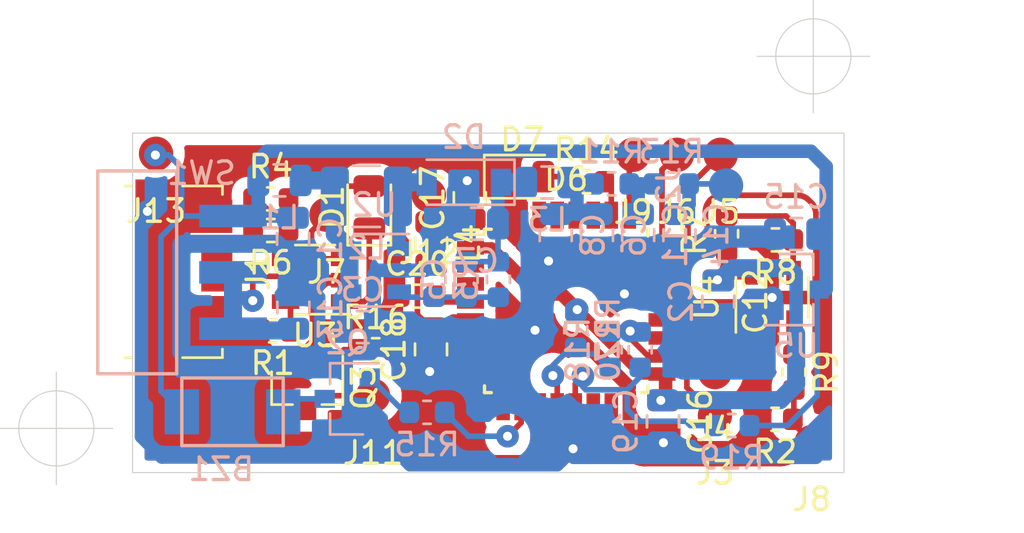
<source format=kicad_pcb>
(kicad_pcb (version 20171130) (host pcbnew 5.1.9+dfsg1-1~bpo10+1)
  (layers (0 F.Cu signal) (31 B.Cu signal) (34 B.Paste user) (35 F.Paste user) (36 B.SilkS user) (37 F.SilkS user hide) (38 B.Mask user) (39 F.Mask user) (44 Edge.Cuts user))
  (net 0 "")
  (net 1 +BATT)
  (net 2 GND)
  (net 3 "Net-(C3-Pad2)")
  (net 4 "Net-(C5-Pad2)")
  (net 5 "Net-(C5-Pad1)")
  (net 6 AIn)
  (net 7 "Net-(C11-Pad2)")
  (net 8 "Net-(C13-Pad1)")
  (net 9 "Net-(C14-Pad2)")
  (net 10 "Net-(C18-Pad2)")
  (net 11 "Net-(C20-Pad2)")
  (net 12 "Net-(D1-Pad2)")
  (net 13 "Net-(D1-Pad1)")
  (net 14 "Net-(D2-Pad2)")
  (net 15 "Net-(D6-Pad26)")
  (net 16 "Net-(D6-Pad25)")
  (net 17 "Net-(D6-Pad24)")
  (net 18 "Net-(D6-Pad23)")
  (net 19 "Net-(D6-Pad20)")
  (net 20 "Net-(D6-Pad19)")
  (net 21 "Net-(R1-Pad1)")
  (net 22 "Net-(R4-Pad1)")
  (net 23 "Net-(D7-Pad2)")
  (net 24 "Net-(D6-Pad21)")
  (net 25 "Net-(C12-Pad1)")
  (net 26 "Net-(BZ1-Pad2)")
  (net 27 "Net-(J11-Pad1)")
  (net 28 "Net-(Q2-Pad1)")
  (net 29 "Net-(Q3-Pad1)")
  (net 30 Buzer)
  (net 31 Vibro)
  (net 32 tm)
  (net 33 bl)
  (net 34 com)
  (net 35 "Net-(R7-Pad2)")
  (net 36 "Net-(R9-Pad1)")
  (net 37 "Net-(C6-Pad2)")
  (net 38 "Net-(J1-Pad1)")
  (module Capacitor_SMD:C_0805_2012Metric (layer B.Cu) (at 51.7144 57.404 90)
    (fp_text reference C14 (at 0 1.65 90) (layer B.SilkS) (effects (justify mirror)))
    (fp_text value C3216X7R1H106K160AC)
    (pad 2 smd roundrect (at 0.9375 0 90) (size 0.975 1.4) (layers B.Cu B.Paste B.Mask) (net 9 "Net-(C14-Pad2)"))
    (pad 1 smd roundrect (at -0.9375 0 90) (size 0.975 1.4) (layers B.Cu B.Paste B.Mask) (net 2 GND))
  )
  (module Capacitor_SMD:C_0805_2012Metric (layer B.Cu) (at 49.8856 57.404 90)
    (fp_text reference C11 (at 0 1.65 90) (layer B.SilkS) (effects (justify mirror)))
    (fp_text value C3216X7R1H106K160AC)
    (pad 2 smd roundrect (at 0.9375 0 90) (size 0.975 1.4) (layers B.Cu B.Paste B.Mask) (net 7 "Net-(C11-Pad2)"))
    (pad 1 smd roundrect (at -0.9375 0 90) (size 0.975 1.4) (layers B.Cu B.Paste B.Mask) (net 2 GND))
  )
  (module Capacitor_SMD:C_0805_2012Metric (layer B.Cu) (at 46.228 57.404 90)
    (fp_text reference C8 (at 0 1.65 90) (layer B.SilkS) (effects (justify mirror)))
    (fp_text value C3216X7R1H106K160AC)
    (pad 2 smd roundrect (at 0.9375 0 90) (size 0.975 1.4) (layers B.Cu B.Paste B.Mask) (net 37 "Net-(C6-Pad2)"))
    (pad 1 smd roundrect (at -0.9375 0 90) (size 0.975 1.4) (layers B.Cu B.Paste B.Mask) (net 2 GND))
  )
  (module Capacitor_SMD:C_0805_2012Metric (layer B.Cu) (at 42.72788 56.896)
    (fp_text reference C7 (at 0 1.65) (layer B.SilkS) (effects (justify mirror)))
    (fp_text value C3216X7R1H106K160AC)
    (pad 2 smd roundrect (at 0.9375 0) (size 0.975 1.4) (layers B.Cu B.Paste B.Mask) (net 5 "Net-(C5-Pad1)"))
    (pad 1 smd roundrect (at -0.9375 0) (size 0.975 1.4) (layers B.Cu B.Paste B.Mask) (net 2 GND))
  )
  (module Capacitor_SMD:C_0805_2012Metric (layer B.Cu) (at 48.0568 57.404 90)
    (fp_text reference C6 (at 0 1.65 90) (layer B.SilkS) (effects (justify mirror)))
    (fp_text value C3216X7R1H106K160AC)
    (pad 2 smd roundrect (at 0.9375 0 90) (size 0.975 1.4) (layers B.Cu B.Paste B.Mask) (net 37 "Net-(C6-Pad2)"))
    (pad 1 smd roundrect (at -0.9375 0 90) (size 0.975 1.4) (layers B.Cu B.Paste B.Mask) (net 2 GND))
  )
  (module Resistor_SMD:R_0603_1608Metric (layer B.Cu) (at 49.9745 62.484 270)
    (fp_text reference R20 (at 0 1.43 90) (layer B.SilkS) (effects (justify mirror)))
    (fp_text value 100k)
    (pad 2 smd roundrect (at 0.7875 0 270) (size 0.875 0.95) (layers B.Cu B.Paste B.Mask) (net 33 bl))
    (pad 1 smd roundrect (at -0.7875 0 270) (size 0.875 0.95) (layers B.Cu B.Paste B.Mask) (net 34 com))
  )
  (module Resistor_SMD:R_0603_1608Metric (layer B.Cu) (at 54.0385 65.8495)
    (fp_text reference R19 (at 0 1.43) (layer B.SilkS) (effects (justify mirror)))
    (fp_text value 39k)
    (pad 2 smd roundrect (at 0.7875 0) (size 0.875 0.95) (layers B.Cu B.Paste B.Mask) (net 1 +BATT))
    (pad 1 smd roundrect (at -0.7875 0) (size 0.875 0.95) (layers B.Cu B.Paste B.Mask) (net 33 bl))
  )
  (module Resistor_SMD:R_0603_1608Metric (layer B.Cu) (at 48.641 62.484 270)
    (fp_text reference R18 (at 0 1.43 90) (layer B.SilkS) (effects (justify mirror)))
    (fp_text value X)
    (pad 2 smd roundrect (at 0.7875 0 270) (size 0.875 0.95) (layers B.Cu B.Paste B.Mask) (net 32 tm))
    (pad 1 smd roundrect (at -0.7875 0 270) (size 0.875 0.95) (layers B.Cu B.Paste B.Mask) (net 34 com))
  )
  (module Resistor_SMD:R_0603_1608Metric (layer B.Cu) (at 47.117 61.595 90)
    (fp_text reference R17 (at 0 1.43 90) (layer B.SilkS) (effects (justify mirror)))
    (fp_text value X)
    (pad 2 smd roundrect (at 0.7875 0 90) (size 0.875 0.95) (layers B.Cu B.Paste B.Mask) (net 25 "Net-(C12-Pad1)"))
    (pad 1 smd roundrect (at -0.7875 0 90) (size 0.875 0.95) (layers B.Cu B.Paste B.Mask) (net 32 tm))
  )
  (module My-library:SMD-CONN (layer F.Cu) (at 28.49118 53.78958)
    (fp_text reference J13 (at 0 2.54) (layer F.SilkS))
    (fp_text value +vibro)
    (pad 1 smd circle (at 0 0) (size 1.524 1.524) (layers F.Cu F.Paste F.Mask) (net 1 +BATT))
  )
  (module My-library:SMD-CONN (layer F.Cu) (at 40.59682 55.62346)
    (fp_text reference J12 (at 0 2.54) (layer F.SilkS))
    (fp_text value +3v)
    (pad 1 smd circle (at 0 0) (size 1.524 1.524) (layers F.Cu F.Paste F.Mask) (net 25 "Net-(C12-Pad1)"))
  )
  (module Resistor_SMD:R_0603_1608Metric (layer F.Cu) (at 38.23716 62.484)
    (fp_text reference R16 (at 0 -1.43) (layer F.SilkS))
    (fp_text value 4.7k)
    (pad 2 smd roundrect (at 0.7875 0) (size 0.875 0.95) (layers F.Cu F.Paste F.Mask) (net 31 Vibro))
    (pad 1 smd roundrect (at -0.7875 0) (size 0.875 0.95) (layers F.Cu F.Paste F.Mask) (net 29 "Net-(Q3-Pad1)"))
  )
  (module Resistor_SMD:R_0603_1608Metric (layer B.Cu) (at 40.51554 65.2653)
    (fp_text reference R15 (at 0 1.43) (layer B.SilkS) (effects (justify mirror)))
    (fp_text value 4.7k)
    (pad 2 smd roundrect (at 0.7875 0) (size 0.875 0.95) (layers B.Cu B.Paste B.Mask) (net 30 Buzer))
    (pad 1 smd roundrect (at -0.7875 0) (size 0.875 0.95) (layers B.Cu B.Paste B.Mask) (net 28 "Net-(Q2-Pad1)"))
  )
  (module Package_TO_SOT_SMD:SOT-23 (layer F.Cu) (at 35.19932 64.1604 270)
    (fp_text reference Q3 (at 0 -2.5 90) (layer F.SilkS))
    (fp_text value KT235)
    (pad 3 smd rect (at 1 0 270) (size 0.9 0.8) (layers F.Cu F.Paste F.Mask) (net 27 "Net-(J11-Pad1)"))
    (pad 2 smd rect (at -1 0.95 270) (size 0.9 0.8) (layers F.Cu F.Paste F.Mask) (net 2 GND))
    (pad 1 smd rect (at -1 -0.95 270) (size 0.9 0.8) (layers F.Cu F.Paste F.Mask) (net 29 "Net-(Q3-Pad1)"))
  )
  (module Package_TO_SOT_SMD:SOT-23 (layer B.Cu) (at 36.97478 64.66586 180)
    (fp_text reference Q2 (at 0 2.5) (layer B.SilkS) (effects (justify mirror)))
    (fp_text value KT235)
    (pad 3 smd rect (at 1 0 180) (size 0.9 0.8) (layers B.Cu B.Paste B.Mask) (net 26 "Net-(BZ1-Pad2)"))
    (pad 2 smd rect (at -1 -0.95 180) (size 0.9 0.8) (layers B.Cu B.Paste B.Mask) (net 2 GND))
    (pad 1 smd rect (at -1 0.95 180) (size 0.9 0.8) (layers B.Cu B.Paste B.Mask) (net 28 "Net-(Q2-Pad1)"))
  )
  (module My-library:SMD-CONN (layer F.Cu) (at 38.12032 64.52616)
    (fp_text reference J11 (at 0 2.54) (layer F.SilkS))
    (fp_text value Vibro)
    (pad 1 smd circle (at 0 0) (size 1.524 1.524) (layers F.Cu F.Paste F.Mask) (net 27 "Net-(J11-Pad1)"))
  )
  (module My-library:BuzerSMD (layer B.Cu) (at 31.88462 65.2399 180)
    (fp_text reference BZ1 (at 0.5 -2.55) (layer B.SilkS) (effects (justify mirror)))
    (fp_text value Buzzer)
    (pad 2 smd rect (at -2.25 0 180) (size 1.524 2) (layers B.Cu B.Paste B.Mask) (net 26 "Net-(BZ1-Pad2)"))
    (pad 1 smd rect (at 2.25 0 180) (size 1.524 2) (layers B.Cu B.Paste B.Mask) (net 1 +BATT))
  )
  (module Package_TO_SOT_SMD:SOT-23 (layer B.Cu) (at 56.896 59.817)
    (fp_text reference U5 (at 0 2.5) (layer B.SilkS) (effects (justify mirror)))
    (fp_text value MCP1700-3002E)
    (pad 3 smd rect (at 1 0) (size 0.9 0.8) (layers B.Cu B.Paste B.Mask) (net 1 +BATT))
    (pad 2 smd rect (at -1 -0.95) (size 0.9 0.8) (layers B.Cu B.Paste B.Mask) (net 25 "Net-(C12-Pad1)"))
    (pad 1 smd rect (at -1 0.95) (size 0.9 0.8) (layers B.Cu B.Paste B.Mask) (net 2 GND))
  )
  (module Package_TO_SOT_SMD:SOT-23-5 (layer F.Cu) (at 55.83174 60.17006 90)
    (fp_text reference U4 (at 0 -2.9 90) (layer F.SilkS))
    (fp_text value TLV3201AIDBVT)
    (pad 5 smd rect (at 1.1 -0.95 90) (size 1.06 0.65) (layers F.Cu F.Paste F.Mask) (net 25 "Net-(C12-Pad1)"))
    (pad 4 smd rect (at 1.1 0.95 90) (size 1.06 0.65) (layers F.Cu F.Paste F.Mask) (net 35 "Net-(R7-Pad2)"))
    (pad 3 smd rect (at -1.1 0.95 90) (size 1.06 0.65) (layers F.Cu F.Paste F.Mask) (net 36 "Net-(R9-Pad1)"))
    (pad 2 smd rect (at -1.1 0 90) (size 1.06 0.65) (layers F.Cu F.Paste F.Mask) (net 2 GND))
    (pad 1 smd rect (at -1.1 -0.95 90) (size 1.06 0.65) (layers F.Cu F.Paste F.Mask) (net 24 "Net-(D6-Pad21)"))
  )
  (module Capacitor_SMD:C_0805_2012Metric (layer F.Cu) (at 50.98542 65.6717 270)
    (fp_text reference C16 (at 0 -1.65 90) (layer F.SilkS))
    (fp_text value 22uF)
    (pad 2 smd roundrect (at 0.9375 0 270) (size 0.975 1.4) (layers F.Cu F.Paste F.Mask) (net 2 GND))
    (pad 1 smd roundrect (at -0.9375 0 270) (size 0.975 1.4) (layers F.Cu F.Paste F.Mask) (net 25 "Net-(C12-Pad1)"))
  )
  (module Resistor_SMD:R_0603_1608Metric (layer F.Cu) (at 47.59198 55.0291)
    (fp_text reference R14 (at 0 -1.43) (layer F.SilkS))
    (fp_text value 1k)
    (pad 2 smd roundrect (at 0.7875 0) (size 0.875 0.95) (layers F.Cu F.Paste F.Mask) (net 15 "Net-(D6-Pad26)"))
    (pad 1 smd roundrect (at -0.7875 0) (size 0.875 0.95) (layers F.Cu F.Paste F.Mask) (net 23 "Net-(D7-Pad2)"))
  )
  (module LED_SMD:LED_0805_2012Metric (layer F.Cu) (at 44.7421 54.80558)
    (fp_text reference D7 (at 0 -1.65) (layer F.SilkS))
    (fp_text value LED)
    (pad 2 smd roundrect (at 0.9375 0) (size 0.975 1.4) (layers F.Cu F.Paste F.Mask) (net 23 "Net-(D7-Pad2)"))
    (pad 1 smd roundrect (at -0.9375 0) (size 0.975 1.4) (layers F.Cu F.Paste F.Mask) (net 2 GND))
  )
  (module My-library:SMD-CONN (layer F.Cu) (at 49.65954 53.8353)
    (fp_text reference J9 (at 0 2.54) (layer F.SilkS))
    (fp_text value "BT Status")
    (pad 1 smd circle (at 0 0) (size 1.524 1.524) (layers F.Cu F.Paste F.Mask) (net 16 "Net-(D6-Pad25)"))
  )
  (module My-library:SMD-CONN (layer B.Cu) (at 53.7845 55.19928 90)
    (fp_text reference J2 (at 0 -2.54 90) (layer B.SilkS) (effects (justify mirror)))
    (fp_text value "+29.6 SiPM")
    (pad 1 smd circle (at 0 0 90) (size 1.524 1.524) (layers B.Cu B.Paste B.Mask) (net 9 "Net-(C14-Pad2)"))
  )
  (module My-library:SMD-CONN (layer F.Cu) (at 57.59196 66.58356)
    (fp_text reference J8 (at 0 2.54) (layer F.SilkS))
    (fp_text value SiPM-)
    (pad 1 smd circle (at 0 0) (size 1.524 1.524) (layers F.Cu F.Paste F.Mask) (net 6 AIn))
  )
  (module My-library:SMD-CONN (layer F.Cu) (at 36.05276 56.49468)
    (fp_text reference J7 (at 0 2.54) (layer F.SilkS))
    (fp_text value +BAT)
    (pad 1 smd circle (at 0 0) (size 1.524 1.524) (layers F.Cu F.Paste F.Mask) (net 8 "Net-(C13-Pad1)"))
  )
  (module Package_TO_SOT_SMD:TSOT-23-5 (layer F.Cu) (at 35.54984 59.40044 180)
    (fp_text reference U3 (at 0 -2.45) (layer F.SilkS))
    (fp_text value MCP73831)
    (pad 5 smd rect (at 1.31 -0.95 180) (size 1.22 0.65) (layers F.Cu F.Paste F.Mask) (net 21 "Net-(R1-Pad1)"))
    (pad 4 smd rect (at 1.31 0.95 180) (size 1.22 0.65) (layers F.Cu F.Paste F.Mask) (net 22 "Net-(R4-Pad1)"))
    (pad 3 smd rect (at -1.31 0.95 180) (size 1.22 0.65) (layers F.Cu F.Paste F.Mask) (net 8 "Net-(C13-Pad1)"))
    (pad 2 smd rect (at -1.31 0 180) (size 1.22 0.65) (layers F.Cu F.Paste F.Mask) (net 2 GND))
    (pad 1 smd rect (at -1.31 -0.95 180) (size 1.22 0.65) (layers F.Cu F.Paste F.Mask) (net 13 "Net-(D1-Pad1)"))
  )
  (module Package_TO_SOT_SMD:SOT-23-5 (layer B.Cu) (at 38.17366 58.96102 180)
    (fp_text reference U2 (at 0 2.9) (layer B.SilkS) (effects (justify mirror)))
    (fp_text value AP3015KTR)
    (pad 5 smd rect (at 1.1 0.95 180) (size 1.06 0.65) (layers B.Cu B.Paste B.Mask) (net 3 "Net-(C3-Pad2)"))
    (pad 4 smd rect (at 1.1 -0.95 180) (size 1.06 0.65) (layers B.Cu B.Paste B.Mask) (net 3 "Net-(C3-Pad2)"))
    (pad 3 smd rect (at -1.1 -0.95 180) (size 1.06 0.65) (layers B.Cu B.Paste B.Mask) (net 4 "Net-(C5-Pad2)"))
    (pad 2 smd rect (at -1.1 0 180) (size 1.06 0.65) (layers B.Cu B.Paste B.Mask) (net 2 GND))
    (pad 1 smd rect (at -1.1 0.95 180) (size 1.06 0.65) (layers B.Cu B.Paste B.Mask) (net 14 "Net-(D2-Pad2)"))
  )
  (module My-library:MySwithc (layer B.Cu) (at 30.40634 59.05246)
    (fp_text reference SW1 (at 0.1 -4.4) (layer B.SilkS) (effects (justify mirror)))
    (fp_text value power)
    (pad 1 smd rect (at 1.5 2.5) (size 3 1) (layers B.Cu B.Paste B.Mask) (net 8 "Net-(C13-Pad1)"))
    (pad 2 smd rect (at 1.5 0) (size 3 1) (layers B.Cu B.Paste B.Mask) (net 8 "Net-(C13-Pad1)"))
    (pad 3 smd rect (at 1.5 -2.5) (size 3 1) (layers B.Cu B.Paste B.Mask) (net 1 +BATT))
  )
  (module Resistor_SMD:R_0603_1608Metric (layer B.Cu) (at 51.3588 55.12816 180)
    (fp_text reference R13 (at 0 1.43) (layer B.SilkS) (effects (justify mirror)))
    (fp_text value 1k)
    (pad 2 smd roundrect (at 0.7875 0 180) (size 0.875 0.95) (layers B.Cu B.Paste B.Mask) (net 7 "Net-(C11-Pad2)"))
    (pad 1 smd roundrect (at -0.7875 0 180) (size 0.875 0.95) (layers B.Cu B.Paste B.Mask) (net 9 "Net-(C14-Pad2)"))
  )
  (module Resistor_SMD:R_0603_1608Metric (layer B.Cu) (at 48.70704 55.12816 180)
    (fp_text reference R11 (at 0 1.43) (layer B.SilkS) (effects (justify mirror)))
    (fp_text value 100)
    (pad 2 smd roundrect (at 0.7875 0 180) (size 0.875 0.95) (layers B.Cu B.Paste B.Mask) (net 37 "Net-(C6-Pad2)"))
    (pad 1 smd roundrect (at -0.7875 0 180) (size 0.875 0.95) (layers B.Cu B.Paste B.Mask) (net 7 "Net-(C11-Pad2)"))
  )
  (module Resistor_SMD:R_0603_1608Metric (layer F.Cu) (at 56.7944 63.47968 270)
    (fp_text reference R9 (at 0 -1.43 90) (layer F.SilkS))
    (fp_text value 12k)
    (pad 2 smd roundrect (at 0.7875 0 270) (size 0.875 0.95) (layers F.Cu F.Paste F.Mask) (net 6 AIn))
    (pad 1 smd roundrect (at -0.7875 0 270) (size 0.875 0.95) (layers F.Cu F.Paste F.Mask) (net 36 "Net-(R9-Pad1)"))
  )
  (module Resistor_SMD:R_0603_1608Metric (layer F.Cu) (at 55.97652 57.61228 180)
    (fp_text reference R8 (at 0 -1.43) (layer F.SilkS))
    (fp_text value 4.7k)
    (pad 2 smd roundrect (at 0.7875 0 180) (size 0.875 0.95) (layers F.Cu F.Paste F.Mask) (net 2 GND))
    (pad 1 smd roundrect (at -0.7875 0 180) (size 0.875 0.95) (layers F.Cu F.Paste F.Mask) (net 35 "Net-(R7-Pad2)"))
  )
  (module Resistor_SMD:R_0603_1608Metric (layer F.Cu) (at 53.8099 57.3405 90)
    (fp_text reference R7 (at 0 -1.43 90) (layer F.SilkS))
    (fp_text value 680k)
    (pad 2 smd roundrect (at 0.7875 0 90) (size 0.875 0.95) (layers F.Cu F.Paste F.Mask) (net 35 "Net-(R7-Pad2)"))
    (pad 1 smd roundrect (at -0.7875 0 90) (size 0.875 0.95) (layers F.Cu F.Paste F.Mask) (net 25 "Net-(C12-Pad1)"))
  )
  (module Resistor_SMD:R_0603_1608Metric (layer F.Cu) (at 33.58388 57.19572 180)
    (fp_text reference R6 (at 0 -1.43) (layer F.SilkS))
    (fp_text value 1)
    (pad 2 smd roundrect (at 0.7875 0 180) (size 0.875 0.95) (layers F.Cu F.Paste F.Mask) (net 38 "Net-(J1-Pad1)"))
    (pad 1 smd roundrect (at -0.7875 0 180) (size 0.875 0.95) (layers F.Cu F.Paste F.Mask) (net 22 "Net-(R4-Pad1)"))
  )
  (module Resistor_SMD:R_0603_1608Metric (layer B.Cu) (at 43.68292 59.36488 270)
    (fp_text reference R5 (at 0 1.43 90) (layer B.SilkS) (effects (justify mirror)))
    (fp_text value 10M)
    (pad 2 smd roundrect (at 0.7875 0 270) (size 0.875 0.95) (layers B.Cu B.Paste B.Mask) (net 4 "Net-(C5-Pad2)"))
    (pad 1 smd roundrect (at -0.7875 0 270) (size 0.875 0.95) (layers B.Cu B.Paste B.Mask) (net 5 "Net-(C5-Pad1)"))
  )
  (module Resistor_SMD:R_0603_1608Metric (layer F.Cu) (at 33.58388 55.79364)
    (fp_text reference R4 (at 0 -1.43) (layer F.SilkS))
    (fp_text value 1k)
    (pad 2 smd roundrect (at 0.7875 0) (size 0.875 0.95) (layers F.Cu F.Paste F.Mask) (net 12 "Net-(D1-Pad2)"))
    (pad 1 smd roundrect (at -0.7875 0) (size 0.875 0.95) (layers F.Cu F.Paste F.Mask) (net 22 "Net-(R4-Pad1)"))
  )
  (module Resistor_SMD:R_0603_1608Metric (layer B.Cu) (at 40.8178 59.36488 90)
    (fp_text reference R3 (at 0 1.43 90) (layer B.SilkS) (effects (justify mirror)))
    (fp_text value 430k)
    (pad 2 smd roundrect (at 0.7875 0 90) (size 0.875 0.95) (layers B.Cu B.Paste B.Mask) (net 2 GND))
    (pad 1 smd roundrect (at -0.7875 0 90) (size 0.875 0.95) (layers B.Cu B.Paste B.Mask) (net 4 "Net-(C5-Pad2)"))
  )
  (module Resistor_SMD:R_0603_1608Metric (layer F.Cu) (at 55.96128 65.57264 180)
    (fp_text reference R2 (at 0 -1.43) (layer F.SilkS))
    (fp_text value 2.2k)
    (pad 2 smd roundrect (at 0.7875 0 180) (size 0.875 0.95) (layers F.Cu F.Paste F.Mask) (net 2 GND))
    (pad 1 smd roundrect (at -0.7875 0 180) (size 0.875 0.95) (layers F.Cu F.Paste F.Mask) (net 6 AIn))
  )
  (module Resistor_SMD:R_0603_1608Metric (layer F.Cu) (at 33.67024 61.65088 180)
    (fp_text reference R1 (at 0 -1.43) (layer F.SilkS))
    (fp_text value 20k)
    (pad 2 smd roundrect (at 0.7875 0 180) (size 0.875 0.95) (layers F.Cu F.Paste F.Mask) (net 2 GND))
    (pad 1 smd roundrect (at -0.7875 0 180) (size 0.875 0.95) (layers F.Cu F.Paste F.Mask) (net 21 "Net-(R1-Pad1)"))
  )
  (module Inductor_SMD:L_0805_2012Metric (layer F.Cu) (at 40.69842 57.76722 270)
    (fp_text reference L4 (at 0 -1.65 90) (layer F.SilkS))
    (fp_text value 47uH)
    (pad 2 smd roundrect (at 0.9375 0 270) (size 0.975 1.4) (layers F.Cu F.Paste F.Mask) (net 10 "Net-(C18-Pad2)"))
    (pad 1 smd roundrect (at -0.9375 0 270) (size 0.975 1.4) (layers F.Cu F.Paste F.Mask) (net 25 "Net-(C12-Pad1)"))
  )
  (module Inductor_SMD:L_0805_2012Metric (layer B.Cu) (at 45.85208 55.0672)
    (fp_text reference L3 (at 0 1.65) (layer B.SilkS) (effects (justify mirror)))
    (fp_text value 47uH)
    (pad 2 smd roundrect (at 0.9375 0) (size 0.975 1.4) (layers B.Cu B.Paste B.Mask) (net 37 "Net-(C6-Pad2)"))
    (pad 1 smd roundrect (at -0.9375 0) (size 0.975 1.4) (layers B.Cu B.Paste B.Mask) (net 5 "Net-(C5-Pad1)"))
  )
  (module Inductor_SMD:L_1210_3225Metric (layer B.Cu) (at 37.82314 55.67934)
    (fp_text reference L2 (at 0 2.28) (layer B.SilkS) (effects (justify mirror)))
    (fp_text value 22uH)
    (pad 2 smd roundrect (at 1.4 0) (size 1.25 2.65) (layers B.Cu B.Paste B.Mask) (roundrect_rratio 0.2) (net 14 "Net-(D2-Pad2)"))
    (pad 1 smd roundrect (at -1.4 0) (size 1.25 2.65) (layers B.Cu B.Paste B.Mask) (roundrect_rratio 0.2) (net 3 "Net-(C3-Pad2)"))
  )
  (module Inductor_SMD:L_0805_2012Metric (layer B.Cu) (at 33.96742 54.97322)
    (fp_text reference L1 (at 0 1.65) (layer B.SilkS) (effects (justify mirror)))
    (fp_text value 10uH)
    (pad 2 smd roundrect (at 0.9375 0) (size 0.975 1.4) (layers B.Cu B.Paste B.Mask) (net 3 "Net-(C3-Pad2)"))
    (pad 1 smd roundrect (at -0.9375 0) (size 0.975 1.4) (layers B.Cu B.Paste B.Mask) (net 1 +BATT))
  )
  (module My-library:SMD-CONN (layer F.Cu) (at 51.60391 53.8353)
    (fp_text reference J6 (at 0 2.54) (layer F.SilkS))
    (fp_text value SWCLK)
    (pad 1 smd circle (at 0 0) (size 1.524 1.524) (layers F.Cu F.Paste F.Mask) (net 17 "Net-(D6-Pad24)"))
  )
  (module My-library:SMD-CONN (layer F.Cu) (at 53.54828 53.8353)
    (fp_text reference J5 (at 0 2.54) (layer F.SilkS))
    (fp_text value SWDIO)
    (pad 1 smd circle (at 0 0) (size 1.524 1.524) (layers F.Cu F.Paste F.Mask) (net 18 "Net-(D6-Pad23)"))
  )
  (module My-library:SMD-CONN (layer F.Cu) (at 53.29174 63.47714)
    (fp_text reference J4 (at 0 2.54) (layer F.SilkS))
    (fp_text value RxD)
    (pad 1 smd circle (at 0 0) (size 1.524 1.524) (layers F.Cu F.Paste F.Mask) (net 19 "Net-(D6-Pad20)"))
  )
  (module My-library:SMD-CONN (layer F.Cu) (at 53.29174 65.40754)
    (fp_text reference J3 (at 0 2.54) (layer F.SilkS))
    (fp_text value TxD)
    (pad 1 smd circle (at 0 0) (size 1.524 1.524) (layers F.Cu F.Paste F.Mask) (net 20 "Net-(D6-Pad19)"))
  )
  (module Connector_USB:USB_Micro-B_Molex_47346-0001 (layer F.Cu) (at 29.72674 59.0279 270)
    (fp_text reference J1 (at 0 -3.3 270) (layer F.SilkS))
    (fp_text value usb)
    (pad 6 smd rect (at 0.84 1.2 270) (size 1.175 1.9) (layers F.Cu F.Paste F.Mask) (net 2 GND))
    (pad 6 smd rect (at -0.84 1.2 270) (size 1.175 1.9) (layers F.Cu F.Paste F.Mask) (net 2 GND))
    (pad 6 smd rect (at 2.91 1.2 270) (size 2.375 1.9) (layers F.Cu F.Paste F.Mask) (net 2 GND))
    (pad 6 smd rect (at -2.91 1.2 270) (size 2.375 1.9) (layers F.Cu F.Paste F.Mask) (net 2 GND))
    (pad 6 smd rect (at 2.4625 -1.1 270) (size 1.475 2.1) (layers F.Cu F.Paste F.Mask) (net 2 GND))
    (pad 6 smd rect (at -2.4625 -1.1 270) (size 1.475 2.1) (layers F.Cu F.Paste F.Mask) (net 2 GND))
    (pad 5 smd rect (at 1.3 -1.46 270) (size 0.45 1.38) (layers F.Cu F.Paste F.Mask) (net 2 GND))
    (pad 4 smd rect (at 0.65 -1.46 270) (size 0.45 1.38) (layers F.Cu F.Paste F.Mask))
    (pad 3 smd rect (at 0 -1.46 270) (size 0.45 1.38) (layers F.Cu F.Paste F.Mask))
    (pad 2 smd rect (at -0.65 -1.46 270) (size 0.45 1.38) (layers F.Cu F.Paste F.Mask))
    (pad 1 smd rect (at -1.3 -1.46 270) (size 0.45 1.38) (layers F.Cu F.Paste F.Mask) (net 38 "Net-(J1-Pad1)"))
  )
  (module Package_QFP:LQFP-32_7x7mm_P0.8mm (layer F.Cu) (at 46.69282 60.76442)
    (fp_text reference D6 (at 0 -5.85) (layer F.SilkS))
    (fp_text value STM32L412K8)
    (pad 32 smd rect (at -2.8 -4.25 90) (size 1.2 0.6) (layers F.Cu F.Paste F.Mask) (net 2 GND))
    (pad 31 smd rect (at -2 -4.25 90) (size 1.2 0.6) (layers F.Cu F.Paste F.Mask) (net 2 GND))
    (pad 30 smd rect (at -1.2 -4.25 90) (size 1.2 0.6) (layers F.Cu F.Paste F.Mask))
    (pad 29 smd rect (at -0.4 -4.25 90) (size 1.2 0.6) (layers F.Cu F.Paste F.Mask))
    (pad 28 smd rect (at 0.4 -4.25 90) (size 1.2 0.6) (layers F.Cu F.Paste F.Mask))
    (pad 27 smd rect (at 1.2 -4.25 90) (size 1.2 0.6) (layers F.Cu F.Paste F.Mask))
    (pad 26 smd rect (at 2 -4.25 90) (size 1.2 0.6) (layers F.Cu F.Paste F.Mask) (net 15 "Net-(D6-Pad26)"))
    (pad 25 smd rect (at 2.8 -4.25 90) (size 1.2 0.6) (layers F.Cu F.Paste F.Mask) (net 16 "Net-(D6-Pad25)"))
    (pad 24 smd rect (at 4.25 -2.8) (size 1.2 0.6) (layers F.Cu F.Paste F.Mask) (net 17 "Net-(D6-Pad24)"))
    (pad 23 smd rect (at 4.25 -2) (size 1.2 0.6) (layers F.Cu F.Paste F.Mask) (net 18 "Net-(D6-Pad23)"))
    (pad 22 smd rect (at 4.25 -1.2) (size 1.2 0.6) (layers F.Cu F.Paste F.Mask))
    (pad 21 smd rect (at 4.25 -0.4) (size 1.2 0.6) (layers F.Cu F.Paste F.Mask) (net 24 "Net-(D6-Pad21)"))
    (pad 20 smd rect (at 4.25 0.4) (size 1.2 0.6) (layers F.Cu F.Paste F.Mask) (net 19 "Net-(D6-Pad20)"))
    (pad 19 smd rect (at 4.25 1.2) (size 1.2 0.6) (layers F.Cu F.Paste F.Mask) (net 20 "Net-(D6-Pad19)"))
    (pad 18 smd rect (at 4.25 2) (size 1.2 0.6) (layers F.Cu F.Paste F.Mask) (net 34 com))
    (pad 17 smd rect (at 4.25 2.8) (size 1.2 0.6) (layers F.Cu F.Paste F.Mask) (net 25 "Net-(C12-Pad1)"))
    (pad 16 smd rect (at 2.8 4.25 90) (size 1.2 0.6) (layers F.Cu F.Paste F.Mask) (net 2 GND))
    (pad 15 smd rect (at 2 4.25 90) (size 1.2 0.6) (layers F.Cu F.Paste F.Mask) (net 6 AIn))
    (pad 14 smd rect (at 1.2 4.25 90) (size 1.2 0.6) (layers F.Cu F.Paste F.Mask))
    (pad 13 smd rect (at 0.4 4.25 90) (size 1.2 0.6) (layers F.Cu F.Paste F.Mask) (net 33 bl))
    (pad 12 smd rect (at -0.4 4.25 90) (size 1.2 0.6) (layers F.Cu F.Paste F.Mask) (net 32 tm))
    (pad 11 smd rect (at -1.2 4.25 90) (size 1.2 0.6) (layers F.Cu F.Paste F.Mask))
    (pad 10 smd rect (at -2 4.25 90) (size 1.2 0.6) (layers F.Cu F.Paste F.Mask) (net 30 Buzer))
    (pad 9 smd rect (at -2.8 4.25 90) (size 1.2 0.6) (layers F.Cu F.Paste F.Mask))
    (pad 8 smd rect (at -4.25 2.8) (size 1.2 0.6) (layers F.Cu F.Paste F.Mask))
    (pad 7 smd rect (at -4.25 2) (size 1.2 0.6) (layers F.Cu F.Paste F.Mask) (net 31 Vibro))
    (pad 6 smd rect (at -4.25 1.2) (size 1.2 0.6) (layers F.Cu F.Paste F.Mask))
    (pad 5 smd rect (at -4.25 0.4) (size 1.2 0.6) (layers F.Cu F.Paste F.Mask) (net 10 "Net-(C18-Pad2)"))
    (pad 4 smd rect (at -4.25 -0.4) (size 1.2 0.6) (layers F.Cu F.Paste F.Mask) (net 11 "Net-(C20-Pad2)"))
    (pad 3 smd rect (at -4.25 -1.2) (size 1.2 0.6) (layers F.Cu F.Paste F.Mask))
    (pad 2 smd rect (at -4.25 -2) (size 1.2 0.6) (layers F.Cu F.Paste F.Mask))
    (pad 1 smd rect (at -4.25 -2.8) (size 1.2 0.6) (layers F.Cu F.Paste F.Mask) (net 25 "Net-(C12-Pad1)"))
  )
  (module Diode_SMD:D_SOD-123 (layer B.Cu) (at 42.14876 55.05196 180)
    (fp_text reference D2 (at 0 2) (layer B.SilkS) (effects (justify mirror)))
    (fp_text value MBR0540)
    (pad 2 smd rect (at 1.65 0 180) (size 0.9 1.2) (layers B.Cu B.Paste B.Mask) (net 14 "Net-(D2-Pad2)"))
    (pad 1 smd rect (at -1.65 0 180) (size 0.9 1.2) (layers B.Cu B.Paste B.Mask) (net 5 "Net-(C5-Pad1)"))
  )
  (module LED_SMD:LED_0805_2012Metric (layer F.Cu) (at 37.95268 56.16448 90)
    (fp_text reference D1 (at 0 -1.65 90) (layer F.SilkS))
    (fp_text value LED)
    (pad 2 smd roundrect (at 0.9375 0 90) (size 0.975 1.4) (layers F.Cu F.Paste F.Mask) (net 12 "Net-(D1-Pad2)"))
    (pad 1 smd roundrect (at -0.9375 0 90) (size 0.975 1.4) (layers F.Cu F.Paste F.Mask) (net 13 "Net-(D1-Pad1)"))
  )
  (module Capacitor_SMD:C_0603_1608Metric (layer F.Cu) (at 40.08882 60.1091)
    (fp_text reference C20 (at 0 -1.43) (layer F.SilkS))
    (fp_text value 0.1uF)
    (pad 2 smd roundrect (at 0.7875 0) (size 0.875 0.95) (layers F.Cu F.Paste F.Mask) (net 11 "Net-(C20-Pad2)"))
    (pad 1 smd roundrect (at -0.7875 0) (size 0.875 0.95) (layers F.Cu F.Paste F.Mask) (net 2 GND))
  )
  (module Capacitor_SMD:C_0805_2012Metric (layer B.Cu) (at 50.9905 65.659 270)
    (fp_text reference C19 (at 0 1.65 270) (layer B.SilkS) (effects (justify mirror)))
    (fp_text value 22uF)
    (pad 2 smd roundrect (at 0.9375 0 270) (size 0.975 1.4) (layers B.Cu B.Paste B.Mask) (net 2 GND))
    (pad 1 smd roundrect (at -0.9375 0 270) (size 0.975 1.4) (layers B.Cu B.Paste B.Mask) (net 25 "Net-(C12-Pad1)"))
  )
  (module Capacitor_SMD:C_0805_2012Metric (layer F.Cu) (at 40.69334 62.4713 90)
    (fp_text reference C18 (at 0 -1.65 90) (layer F.SilkS))
    (fp_text value 22uF)
    (pad 2 smd roundrect (at 0.9375 0 90) (size 0.975 1.4) (layers F.Cu F.Paste F.Mask) (net 10 "Net-(C18-Pad2)"))
    (pad 1 smd roundrect (at -0.9375 0 90) (size 0.975 1.4) (layers F.Cu F.Paste F.Mask) (net 2 GND))
  )
  (module Capacitor_SMD:C_0805_2012Metric (layer F.Cu) (at 42.41546 55.75554 90)
    (fp_text reference C17 (at 0 -1.65 90) (layer F.SilkS))
    (fp_text value 22uF)
    (pad 2 smd roundrect (at 0.9375 0 90) (size 0.975 1.4) (layers F.Cu F.Paste F.Mask) (net 2 GND))
    (pad 1 smd roundrect (at -0.9375 0 90) (size 0.975 1.4) (layers F.Cu F.Paste F.Mask) (net 25 "Net-(C12-Pad1)"))
  )
  (module Capacitor_SMD:C_0805_2012Metric (layer B.Cu) (at 56.896 57.3532 180)
    (fp_text reference C15 (at 0 1.65 180) (layer B.SilkS) (effects (justify mirror)))
    (fp_text value 22uF)
    (pad 2 smd roundrect (at 0.9375 0 180) (size 0.975 1.4) (layers B.Cu B.Paste B.Mask) (net 2 GND))
    (pad 1 smd roundrect (at -0.9375 0 180) (size 0.975 1.4) (layers B.Cu B.Paste B.Mask) (net 1 +BATT))
  )
  (module Capacitor_SMD:C_0805_2012Metric (layer B.Cu) (at 34.58464 60.61456 90)
    (fp_text reference C13 (at 0 1.65 90) (layer B.SilkS) (effects (justify mirror)))
    (fp_text value 22uF)
    (pad 2 smd roundrect (at 0.9375 0 90) (size 0.975 1.4) (layers B.Cu B.Paste B.Mask) (net 2 GND))
    (pad 1 smd roundrect (at -0.9375 0 90) (size 0.975 1.4) (layers B.Cu B.Paste B.Mask) (net 8 "Net-(C13-Pad1)"))
  )
  (module Capacitor_SMD:C_0805_2012Metric (layer F.Cu) (at 53.43906 60.34278 270)
    (fp_text reference C12 (at 0 -1.65 90) (layer F.SilkS))
    (fp_text value 22uF)
    (pad 2 smd roundrect (at 0.9375 0 270) (size 0.975 1.4) (layers F.Cu F.Paste F.Mask) (net 2 GND))
    (pad 1 smd roundrect (at -0.9375 0 270) (size 0.975 1.4) (layers F.Cu F.Paste F.Mask) (net 25 "Net-(C12-Pad1)"))
  )
  (module Capacitor_SMD:C_0603_1608Metric (layer B.Cu) (at 42.25036 59.36488 270)
    (fp_text reference C5 (at 0 1.43 90) (layer B.SilkS) (effects (justify mirror)))
    (fp_text value 1.5pF)
    (pad 2 smd roundrect (at 0.7875 0 270) (size 0.875 0.95) (layers B.Cu B.Paste B.Mask) (net 4 "Net-(C5-Pad2)"))
    (pad 1 smd roundrect (at -0.7875 0 270) (size 0.875 0.95) (layers B.Cu B.Paste B.Mask) (net 5 "Net-(C5-Pad1)"))
  )
  (module Capacitor_SMD:C_0805_2012Metric (layer B.Cu) (at 37.66058 61.4807 180)
    (fp_text reference C3 (at 0 1.65) (layer B.SilkS) (effects (justify mirror)))
    (fp_text value 22uF)
    (pad 2 smd roundrect (at 0.9375 0 180) (size 0.975 1.4) (layers B.Cu B.Paste B.Mask) (net 3 "Net-(C3-Pad2)"))
    (pad 1 smd roundrect (at -0.9375 0 180) (size 0.975 1.4) (layers B.Cu B.Paste B.Mask) (net 2 GND))
  )
  (module Capacitor_SMD:C_0805_2012Metric (layer B.Cu) (at 53.4416 60.3504 270)
    (fp_text reference C2 (at 0 1.65 270) (layer B.SilkS) (effects (justify mirror)))
    (fp_text value 22uF)
    (pad 2 smd roundrect (at 0.9375 0 270) (size 0.975 1.4) (layers B.Cu B.Paste B.Mask) (net 2 GND))
    (pad 1 smd roundrect (at -0.9375 0 270) (size 0.975 1.4) (layers B.Cu B.Paste B.Mask) (net 25 "Net-(C12-Pad1)"))
  )
  (module Capacitor_SMD:C_0805_2012Metric (layer B.Cu) (at 34.57194 57.5691 90)
    (fp_text reference C1 (at 0 1.65 90) (layer B.SilkS) (effects (justify mirror)))
    (fp_text value 22uF)
    (pad 2 smd roundrect (at 0.9375 0 90) (size 0.975 1.4) (layers B.Cu B.Paste B.Mask) (net 1 +BATT))
    (pad 1 smd roundrect (at -0.9375 0 90) (size 0.975 1.4) (layers B.Cu B.Paste B.Mask) (net 2 GND))
  )
  (target plus (at 24.0665 65.9765) (size 5) (width 0.05) (layer Edge.Cuts))
  (target plus (at 57.658 49.4665) (size 5) (width 0.05) (layer Edge.Cuts))
  (gr_line (start 27.44978 67.93738) (end 27.44978 52.87518) (layer Edge.Cuts) (width 0.05))
  (gr_line (start 59.02198 67.93738) (end 27.44978 67.93738) (layer Edge.Cuts) (width 0.05))
  (gr_line (start 59.02198 52.87518) (end 59.02198 67.93738) (layer Edge.Cuts) (width 0.05))
  (gr_line (start 27.44978 52.87518) (end 59.02198 52.87518) (layer Edge.Cuts) (width 0.05))
  (segment (start 34.9885 53.67782) (end 47.21098 53.67782) (width 0.6) (layer B.Cu) (net 1))
  (segment (start 34.4928 56.55246) (end 34.57194 56.6316) (width 0.25) (layer B.Cu) (net 1))
  (segment (start 34.9885 53.67782) (end 33.4137 53.67782) (width 0.6) (layer B.Cu) (net 1))
  (segment (start 33.02992 54.0616) (end 33.02992 54.97322) (width 0.6) (layer B.Cu) (net 1))
  (segment (start 33.4137 53.67782) (end 33.02992 54.0616) (width 0.6) (layer B.Cu) (net 1))
  (segment (start 33.02992 54.97322) (end 33.02992 56.1782) (width 0.6) (layer B.Cu) (net 1))
  (segment (start 33.40418 56.55246) (end 34.4928 56.55246) (width 0.6) (layer B.Cu) (net 1))
  (segment (start 33.02992 56.1782) (end 33.40418 56.55246) (width 0.25) (layer B.Cu) (net 1))
  (segment (start 31.90634 56.55246) (end 33.40418 56.55246) (width 0.6) (layer B.Cu) (net 1))
  (segment (start 29.62974 56.55246) (end 31.90634 56.55246) (width 0.25) (layer B.Cu) (net 1))
  (segment (start 47.21098 53.67782) (end 55.3847 53.67782) (width 0.6) (layer B.Cu) (net 1))
  (via (at 28.4607 53.84546) (size 1) (drill 0.4) (layers F.Cu B.Cu) (net 1))
  (segment (start 28.4607 53.84546) (end 29.04998 53.84546) (width 0.25) (layer B.Cu) (net 1))
  (segment (start 29.62974 54.42522) (end 29.62974 56.55246) (width 0.25) (layer B.Cu) (net 1))
  (segment (start 29.04998 53.84546) (end 29.62974 54.42522) (width 0.25) (layer B.Cu) (net 1))
  (segment (start 28.70962 64.3149) (end 29.63462 65.2399) (width 0.25) (layer B.Cu) (net 1))
  (segment (start 28.70962 57.47258) (end 28.70962 64.3149) (width 0.25) (layer B.Cu) (net 1))
  (segment (start 29.62974 56.55246) (end 28.70962 57.47258) (width 0.25) (layer B.Cu) (net 1))
  (segment (start 55.3847 53.67782) (end 57.55132 53.67782) (width 0.6) (layer B.Cu) (net 1))
  (segment (start 57.55132 53.67782) (end 58.2295 54.356) (width 0.6) (layer B.Cu) (net 1))
  (segment (start 58.2168 57.3532) (end 58.2295 57.3405) (width 0.25) (layer B.Cu) (net 1))
  (segment (start 58.2295 54.356) (end 58.2295 57.3405) (width 0.6) (layer B.Cu) (net 1))
  (segment (start 57.8335 57.3532) (end 58.2168 57.3532) (width 0.25) (layer B.Cu) (net 1))
  (segment (start 58.2295 57.3405) (end 58.2295 59.817) (width 0.6) (layer B.Cu) (net 1))
  (segment (start 57.8335 59.8795) (end 57.896 59.817) (width 0.25) (layer B.Cu) (net 1))
  (segment (start 57.8335 64.531) (end 57.8335 59.8795) (width 0.25) (layer B.Cu) (net 1))
  (segment (start 54.826 65.8495) (end 56.515 65.8495) (width 0.25) (layer B.Cu) (net 1))
  (segment (start 56.515 65.8495) (end 57.8335 64.531) (width 0.25) (layer B.Cu) (net 1))
  (via (at 45.9105 58.54954) (size 0.8) (drill 0.4) (layers F.Cu B.Cu) (net 2))
  (segment (start 53.01742 61.24194) (end 53.01742 61.24194) (width 0.25) (layer F.Cu) (net 2))
  (segment (start 49.49282 65.01442) (end 49.50748 65.01442) (width 0.25) (layer F.Cu) (net 2))
  (segment (start 53.01742 61.24194) (end 53.24094 61.24194) (width 0.25) (layer F.Cu) (net 2))
  (via (at 42.29608 54.98592) (size 0.8) (drill 0.4) (layers F.Cu B.Cu) (net 2))
  (via (at 46.99762 66.88074) (size 0.8) (drill 0.4) (layers F.Cu B.Cu) (net 2))
  (segment (start 42.3799 54.91226) (end 42.3545 54.88686) (width 0.25) (layer B.Cu) (net 2))
  (segment (start 39.27366 58.96102) (end 38.3413 58.96102) (width 0.6) (layer B.Cu) (net 2))
  (segment (start 38.3413 58.96102) (end 38.17366 59.12866) (width 0.6) (layer B.Cu) (net 2))
  (segment (start 38.17366 59.12866) (end 38.17366 61.00318) (width 0.6) (layer B.Cu) (net 2))
  (via (at 45.30852 61.6204) (size 0.8) (drill 0.4) (layers F.Cu B.Cu) (net 2))
  (segment (start 43.89282 56.51442) (end 44.29194 56.51442) (width 0.6) (layer F.Cu) (net 2))
  (segment (start 44.29194 56.51442) (end 44.69282 56.51442) (width 0.6) (layer F.Cu) (net 2))
  (segment (start 49.49282 65.01442) (end 49.49282 66.04854) (width 0.5) (layer F.Cu) (net 2))
  (segment (start 50.05348 66.6092) (end 50.98542 66.6092) (width 0.5) (layer F.Cu) (net 2))
  (segment (start 49.49282 66.04854) (end 50.05348 66.6092) (width 0.5) (layer F.Cu) (net 2))
  (segment (start 55.78602 61.16846) (end 55.73522 61.21926) (width 0.25) (layer F.Cu) (net 2))
  (segment (start 55.0798 57.55894) (end 55.0798 57.58424) (width 0.25) (layer F.Cu) (net 2))
  (segment (start 55.83174 58.33618) (end 55.83174 60.17006) (width 0.6) (layer F.Cu) (net 2))
  (segment (start 55.0798 57.58424) (end 55.83174 58.33618) (width 0.6) (layer F.Cu) (net 2))
  (segment (start 55.83174 62.0648) (end 55.14584 62.7507) (width 0.6) (layer F.Cu) (net 2))
  (segment (start 55.83174 61.27006) (end 55.83174 62.0648) (width 0.6) (layer F.Cu) (net 2))
  (segment (start 55.83174 60.17006) (end 55.83174 61.27006) (width 0.6) (layer F.Cu) (net 2))
  (segment (start 31.18674 61.1304) (end 30.82674 61.4904) (width 0.25) (layer F.Cu) (net 2))
  (segment (start 31.18674 60.3279) (end 31.18674 61.1304) (width 0.25) (layer F.Cu) (net 2))
  (segment (start 42.63898 54.80558) (end 42.39514 55.04942) (width 0.25) (layer F.Cu) (net 2))
  (segment (start 43.8046 54.80558) (end 42.63898 54.80558) (width 0.25) (layer F.Cu) (net 2))
  (via (at 51.00574 66.6115) (size 0.8) (drill 0.4) (layers F.Cu B.Cu) (net 2))
  (via (at 40.63492 63.45428) (size 1) (drill 0.4) (layers F.Cu B.Cu) (net 2))
  (segment (start 40.23614 64.49314) (end 40.21582 64.47282) (width 0.25) (layer F.Cu) (net 2))
  (segment (start 43.15968 64.46012) (end 43.03522 64.58458) (width 0.25) (layer F.Cu) (net 2))
  (segment (start 43.15968 64.29756) (end 43.15968 64.46012) (width 0.25) (layer F.Cu) (net 2))
  (segment (start 43.69562 63.76162) (end 43.15968 64.29756) (width 0.3) (layer F.Cu) (net 2))
  (segment (start 43.15968 64.29756) (end 42.9641 64.49314) (width 0.3) (layer F.Cu) (net 2))
  (segment (start 34.56686 58.51168) (end 34.57194 58.5066) (width 0.25) (layer B.Cu) (net 2))
  (segment (start 34.56686 59.7558) (end 34.56686 58.51168) (width 0.25) (layer B.Cu) (net 2))
  (segment (start 34.56686 59.7558) (end 35.36672 59.7558) (width 0.5) (layer B.Cu) (net 2))
  (segment (start 35.36672 59.7558) (end 35.75558 60.14466) (width 0.5) (layer B.Cu) (net 2))
  (segment (start 35.75558 60.14466) (end 35.75558 62.41034) (width 0.5) (layer B.Cu) (net 2))
  (segment (start 35.75558 62.41034) (end 36.0553 62.71006) (width 0.5) (layer B.Cu) (net 2))
  (segment (start 38.59808 62.16372) (end 38.59808 61.4807) (width 0.5) (layer B.Cu) (net 2))
  (segment (start 38.05174 62.71006) (end 38.59808 62.16372) (width 0.5) (layer B.Cu) (net 2))
  (via (at 28.1051 56.34482) (size 1) (drill 0.4) (layers F.Cu B.Cu) (net 2))
  (segment (start 28.75026 67.2465) (end 27.84602 66.34226) (width 0.6) (layer B.Cu) (net 2))
  (segment (start 39.08806 67.2465) (end 28.75026 67.2465) (width 0.6) (layer B.Cu) (net 2))
  (segment (start 44.69282 56.51442) (end 44.69282 54.96966) (width 0.5) (layer F.Cu) (net 2))
  (segment (start 44.52874 54.80558) (end 43.8046 54.80558) (width 0.5) (layer F.Cu) (net 2))
  (segment (start 44.69282 54.96966) (end 44.52874 54.80558) (width 0.5) (layer F.Cu) (net 2))
  (segment (start 44.69282 56.51442) (end 44.69282 57.86018) (width 0.5) (layer F.Cu) (net 2))
  (segment (start 45.38218 58.54954) (end 45.9105 58.54954) (width 0.5) (layer F.Cu) (net 2))
  (segment (start 44.69282 57.86018) (end 45.38218 58.54954) (width 0.5) (layer F.Cu) (net 2))
  (segment (start 36.97986 62.73038) (end 36.95954 62.71006) (width 0.25) (layer B.Cu) (net 2))
  (segment (start 36.97986 65.1383) (end 36.97986 62.73038) (width 0.5) (layer B.Cu) (net 2))
  (segment (start 36.95954 62.71006) (end 38.05174 62.71006) (width 0.5) (layer B.Cu) (net 2))
  (segment (start 36.0553 62.71006) (end 36.95954 62.71006) (width 0.5) (layer B.Cu) (net 2))
  (segment (start 27.84602 56.6039) (end 28.1051 56.34482) (width 0.6) (layer B.Cu) (net 2))
  (segment (start 27.84602 66.34226) (end 27.84602 56.6039) (width 0.6) (layer B.Cu) (net 2))
  (segment (start 43.69562 63.76162) (end 43.77182 63.76162) (width 0.6) (layer F.Cu) (net 2))
  (segment (start 49.49282 64.141738) (end 48.380281 63.029199) (width 0.6) (layer F.Cu) (net 2))
  (segment (start 49.49282 65.01442) (end 49.49282 64.141738) (width 0.5) (layer F.Cu) (net 2))
  (segment (start 57.77508 67.26174) (end 57.81294 67.22388) (width 0.25) (layer B.Cu) (net 2))
  (segment (start 47.01286 67.26174) (end 57.77508 67.26174) (width 0.6) (layer B.Cu) (net 2))
  (segment (start 36.97986 65.66662) (end 37.02558 65.71234) (width 0.25) (layer B.Cu) (net 2))
  (segment (start 36.97986 65.1383) (end 36.97986 65.66662) (width 0.5) (layer B.Cu) (net 2))
  (segment (start 37.8783 65.71234) (end 37.97478 65.61586) (width 0.25) (layer B.Cu) (net 2))
  (segment (start 37.02558 65.71234) (end 37.8783 65.71234) (width 0.5) (layer B.Cu) (net 2))
  (segment (start 34.57194 58.5066) (end 33.85034 57.785) (width 0.8) (layer B.Cu) (net 2))
  (segment (start 33.85034 57.785) (end 29.71292 57.785) (width 0.8) (layer B.Cu) (net 2))
  (segment (start 29.71292 57.785) (end 29.64688 57.785) (width 0.25) (layer B.Cu) (net 2))
  (segment (start 29.64688 57.785) (end 29.6164 57.81548) (width 0.25) (layer B.Cu) (net 2))
  (segment (start 29.6164 57.81548) (end 29.6164 62.58052) (width 0.8) (layer B.Cu) (net 2))
  (segment (start 29.74594 62.71006) (end 36.0553 62.71006) (width 0.8) (layer B.Cu) (net 2))
  (segment (start 29.6164 62.58052) (end 29.74594 62.71006) (width 0.8) (layer B.Cu) (net 2))
  (segment (start 55.06212 62.77346) (end 55.14076 62.69482) (width 0.25) (layer F.Cu) (net 2))
  (segment (start 54.55158 62.69482) (end 53.43906 61.5823) (width 0.8) (layer F.Cu) (net 2))
  (segment (start 53.43906 61.5823) (end 53.43906 61.28028) (width 0.8) (layer F.Cu) (net 2))
  (segment (start 55.14076 62.69482) (end 54.55158 62.69482) (width 0.8) (layer F.Cu) (net 2))
  (segment (start 55.18902 57.61228) (end 55.17388 57.61228) (width 0.25) (layer F.Cu) (net 2))
  (segment (start 55.17388 57.61228) (end 54.89956 57.33796) (width 0.25) (layer F.Cu) (net 2))
  (segment (start 57.5691 60.17006) (end 55.83174 60.17006) (width 0.6) (layer F.Cu) (net 2))
  (segment (start 57.77484 59.96432) (end 57.5691 60.17006) (width 0.25) (layer F.Cu) (net 2))
  (segment (start 56.94144 55.63108) (end 56.976977 55.631952) (width 0.25) (layer F.Cu) (net 2))
  (segment (start 56.976977 55.631952) (end 57.01243 55.634567) (width 0.25) (layer F.Cu) (net 2))
  (segment (start 57.01243 55.634567) (end 57.047711 55.638919) (width 0.25) (layer F.Cu) (net 2))
  (segment (start 57.047711 55.638919) (end 57.082736 55.644996) (width 0.25) (layer F.Cu) (net 2))
  (segment (start 57.082736 55.644996) (end 57.117421 55.652785) (width 0.25) (layer F.Cu) (net 2))
  (segment (start 57.117421 55.652785) (end 57.151682 55.662266) (width 0.25) (layer F.Cu) (net 2))
  (segment (start 57.151682 55.662266) (end 57.185437 55.673417) (width 0.25) (layer F.Cu) (net 2))
  (segment (start 57.185437 55.673417) (end 57.218603 55.686211) (width 0.25) (layer F.Cu) (net 2))
  (segment (start 57.218603 55.686211) (end 57.251102 55.700617) (width 0.25) (layer F.Cu) (net 2))
  (segment (start 57.251102 55.700617) (end 57.282855 55.7166) (width 0.25) (layer F.Cu) (net 2))
  (segment (start 57.282855 55.7166) (end 57.313786 55.734122) (width 0.25) (layer F.Cu) (net 2))
  (segment (start 57.313786 55.734122) (end 57.343819 55.75314) (width 0.25) (layer F.Cu) (net 2))
  (segment (start 57.343819 55.75314) (end 57.372883 55.773609) (width 0.25) (layer F.Cu) (net 2))
  (segment (start 57.372883 55.773609) (end 57.400908 55.79548) (width 0.25) (layer F.Cu) (net 2))
  (segment (start 57.400908 55.79548) (end 57.427825 55.818699) (width 0.25) (layer F.Cu) (net 2))
  (segment (start 57.427825 55.818699) (end 57.453572 55.843212) (width 0.25) (layer F.Cu) (net 2))
  (segment (start 57.77484 56.46448) (end 57.77484 59.96432) (width 0.25) (layer F.Cu) (net 2))
  (segment (start 57.77484 56.46448) (end 57.773967 56.428941) (width 0.25) (layer F.Cu) (net 2))
  (segment (start 57.773967 56.428941) (end 57.771352 56.393489) (width 0.25) (layer F.Cu) (net 2))
  (segment (start 57.771352 56.393489) (end 57.767 56.358208) (width 0.25) (layer F.Cu) (net 2))
  (segment (start 57.767 56.358208) (end 57.760923 56.323182) (width 0.25) (layer F.Cu) (net 2))
  (segment (start 57.760923 56.323182) (end 57.753134 56.288497) (width 0.25) (layer F.Cu) (net 2))
  (segment (start 57.753134 56.288497) (end 57.743653 56.254236) (width 0.25) (layer F.Cu) (net 2))
  (segment (start 57.743653 56.254236) (end 57.732502 56.220482) (width 0.25) (layer F.Cu) (net 2))
  (segment (start 57.732502 56.220482) (end 57.719708 56.187315) (width 0.25) (layer F.Cu) (net 2))
  (segment (start 57.719708 56.187315) (end 57.705302 56.154816) (width 0.25) (layer F.Cu) (net 2))
  (segment (start 57.705302 56.154816) (end 57.689319 56.123063) (width 0.25) (layer F.Cu) (net 2))
  (segment (start 57.689319 56.123063) (end 57.671797 56.092132) (width 0.25) (layer F.Cu) (net 2))
  (segment (start 57.671797 56.092132) (end 57.652779 56.062099) (width 0.25) (layer F.Cu) (net 2))
  (segment (start 57.652779 56.062099) (end 57.632309 56.033035) (width 0.25) (layer F.Cu) (net 2))
  (segment (start 57.632309 56.033035) (end 57.610439 56.00501) (width 0.25) (layer F.Cu) (net 2))
  (segment (start 57.610439 56.00501) (end 57.587219 55.978092) (width 0.25) (layer F.Cu) (net 2))
  (segment (start 57.587219 55.978092) (end 57.562707 55.952347) (width 0.25) (layer F.Cu) (net 2))
  (segment (start 57.562707 55.952347) (end 57.453572 55.843212) (width 0.25) (layer F.Cu) (net 2))
  (segment (start 53.087227 55.843212) (end 53.112972 55.818699) (width 0.25) (layer F.Cu) (net 2))
  (segment (start 53.112972 55.818699) (end 53.13989 55.79548) (width 0.25) (layer F.Cu) (net 2))
  (segment (start 53.13989 55.79548) (end 53.167915 55.773609) (width 0.25) (layer F.Cu) (net 2))
  (segment (start 53.167915 55.773609) (end 53.196979 55.75314) (width 0.25) (layer F.Cu) (net 2))
  (segment (start 53.196979 55.75314) (end 53.227013 55.734121) (width 0.25) (layer F.Cu) (net 2))
  (segment (start 53.227013 55.734121) (end 53.257943 55.716599) (width 0.25) (layer F.Cu) (net 2))
  (segment (start 53.257943 55.716599) (end 53.289696 55.700616) (width 0.25) (layer F.Cu) (net 2))
  (segment (start 53.289696 55.700616) (end 53.322195 55.686211) (width 0.25) (layer F.Cu) (net 2))
  (segment (start 53.322195 55.686211) (end 53.355362 55.673417) (width 0.25) (layer F.Cu) (net 2))
  (segment (start 53.355362 55.673417) (end 53.389116 55.662266) (width 0.25) (layer F.Cu) (net 2))
  (segment (start 53.389116 55.662266) (end 53.423377 55.652785) (width 0.25) (layer F.Cu) (net 2))
  (segment (start 53.423377 55.652785) (end 53.458062 55.644996) (width 0.25) (layer F.Cu) (net 2))
  (segment (start 53.458062 55.644996) (end 53.493088 55.638918) (width 0.25) (layer F.Cu) (net 2))
  (segment (start 53.493088 55.638918) (end 53.528369 55.634567) (width 0.25) (layer F.Cu) (net 2))
  (segment (start 53.528369 55.634567) (end 53.563821 55.631952) (width 0.25) (layer F.Cu) (net 2))
  (segment (start 53.563821 55.631952) (end 53.59936 55.63108) (width 0.25) (layer F.Cu) (net 2))
  (segment (start 53.59936 55.63108) (end 56.94144 55.63108) (width 0.25) (layer F.Cu) (net 2))
  (segment (start 52.87264 56.3578) (end 52.873511 56.322261) (width 0.25) (layer F.Cu) (net 2))
  (segment (start 52.873511 56.322261) (end 52.876126 56.286809) (width 0.25) (layer F.Cu) (net 2))
  (segment (start 52.876126 56.286809) (end 52.880478 56.251528) (width 0.25) (layer F.Cu) (net 2))
  (segment (start 52.880478 56.251528) (end 52.886555 56.216502) (width 0.25) (layer F.Cu) (net 2))
  (segment (start 52.886555 56.216502) (end 52.894344 56.181817) (width 0.25) (layer F.Cu) (net 2))
  (segment (start 52.894344 56.181817) (end 52.903825 56.147556) (width 0.25) (layer F.Cu) (net 2))
  (segment (start 52.903825 56.147556) (end 52.914976 56.113802) (width 0.25) (layer F.Cu) (net 2))
  (segment (start 52.914976 56.113802) (end 52.92777 56.080635) (width 0.25) (layer F.Cu) (net 2))
  (segment (start 52.92777 56.080635) (end 52.942176 56.048136) (width 0.25) (layer F.Cu) (net 2))
  (segment (start 52.942176 56.048136) (end 52.958159 56.016383) (width 0.25) (layer F.Cu) (net 2))
  (segment (start 52.958159 56.016383) (end 52.97568 55.985453) (width 0.25) (layer F.Cu) (net 2))
  (segment (start 52.97568 55.985453) (end 52.994699 55.955419) (width 0.25) (layer F.Cu) (net 2))
  (segment (start 52.994699 55.955419) (end 53.015168 55.926355) (width 0.25) (layer F.Cu) (net 2))
  (segment (start 53.015168 55.926355) (end 53.037039 55.89833) (width 0.25) (layer F.Cu) (net 2))
  (segment (start 53.037039 55.89833) (end 53.060258 55.871412) (width 0.25) (layer F.Cu) (net 2))
  (segment (start 53.060258 55.871412) (end 53.084771 55.845667) (width 0.25) (layer F.Cu) (net 2))
  (segment (start 53.084771 55.845667) (end 53.087227 55.843212) (width 0.25) (layer F.Cu) (net 2))
  (segment (start 53.084772 57.184332) (end 53.060259 57.158585) (width 0.25) (layer F.Cu) (net 2))
  (segment (start 53.060259 57.158585) (end 53.03704 57.131668) (width 0.25) (layer F.Cu) (net 2))
  (segment (start 53.03704 57.131668) (end 53.015169 57.103643) (width 0.25) (layer F.Cu) (net 2))
  (segment (start 53.015169 57.103643) (end 52.9947 57.074579) (width 0.25) (layer F.Cu) (net 2))
  (segment (start 52.9947 57.074579) (end 52.975682 57.044546) (width 0.25) (layer F.Cu) (net 2))
  (segment (start 52.975682 57.044546) (end 52.95816 57.013615) (width 0.25) (layer F.Cu) (net 2))
  (segment (start 52.95816 57.013615) (end 52.942177 56.981862) (width 0.25) (layer F.Cu) (net 2))
  (segment (start 52.942177 56.981862) (end 52.927771 56.949363) (width 0.25) (layer F.Cu) (net 2))
  (segment (start 52.927771 56.949363) (end 52.914977 56.916197) (width 0.25) (layer F.Cu) (net 2))
  (segment (start 52.914977 56.916197) (end 52.903826 56.882442) (width 0.25) (layer F.Cu) (net 2))
  (segment (start 52.903826 56.882442) (end 52.894345 56.848181) (width 0.25) (layer F.Cu) (net 2))
  (segment (start 52.894345 56.848181) (end 52.886556 56.813496) (width 0.25) (layer F.Cu) (net 2))
  (segment (start 52.886556 56.813496) (end 52.880479 56.778471) (width 0.25) (layer F.Cu) (net 2))
  (segment (start 52.880479 56.778471) (end 52.876127 56.74319) (width 0.25) (layer F.Cu) (net 2))
  (segment (start 52.876127 56.74319) (end 52.873512 56.707737) (width 0.25) (layer F.Cu) (net 2))
  (segment (start 52.873512 56.707737) (end 52.87264 56.6722) (width 0.25) (layer F.Cu) (net 2))
  (segment (start 52.87264 56.6722) (end 52.87264 56.3578) (width 0.25) (layer F.Cu) (net 2))
  (segment (start 53.4384 57.33796) (end 54.89956 57.33796) (width 0.25) (layer F.Cu) (net 2))
  (segment (start 53.4384 57.33796) (end 53.414707 57.337378) (width 0.25) (layer F.Cu) (net 2))
  (segment (start 53.414707 57.337378) (end 53.391073 57.335634) (width 0.25) (layer F.Cu) (net 2))
  (segment (start 53.391073 57.335634) (end 53.367552 57.332733) (width 0.25) (layer F.Cu) (net 2))
  (segment (start 53.367552 57.332733) (end 53.344201 57.328682) (width 0.25) (layer F.Cu) (net 2))
  (segment (start 53.344201 57.328682) (end 53.321078 57.323489) (width 0.25) (layer F.Cu) (net 2))
  (segment (start 53.321078 57.323489) (end 53.298237 57.317168) (width 0.25) (layer F.Cu) (net 2))
  (segment (start 53.298237 57.317168) (end 53.275734 57.309734) (width 0.25) (layer F.Cu) (net 2))
  (segment (start 53.275734 57.309734) (end 53.253623 57.301205) (width 0.25) (layer F.Cu) (net 2))
  (segment (start 53.253623 57.301205) (end 53.231957 57.291601) (width 0.25) (layer F.Cu) (net 2))
  (segment (start 53.231957 57.291601) (end 53.210788 57.280946) (width 0.25) (layer F.Cu) (net 2))
  (segment (start 53.210788 57.280946) (end 53.190168 57.269265) (width 0.25) (layer F.Cu) (net 2))
  (segment (start 53.190168 57.269265) (end 53.170146 57.256586) (width 0.25) (layer F.Cu) (net 2))
  (segment (start 53.170146 57.256586) (end 53.15077 57.242939) (width 0.25) (layer F.Cu) (net 2))
  (segment (start 53.15077 57.242939) (end 53.132087 57.228359) (width 0.25) (layer F.Cu) (net 2))
  (segment (start 53.132087 57.228359) (end 53.114141 57.212879) (width 0.25) (layer F.Cu) (net 2))
  (segment (start 53.114141 57.212879) (end 53.096978 57.196538) (width 0.25) (layer F.Cu) (net 2))
  (segment (start 53.096978 57.196538) (end 53.084772 57.184332) (width 0.25) (layer F.Cu) (net 2))
  (segment (start 55.14076 65.53962) (end 55.17378 65.57264) (width 0.25) (layer F.Cu) (net 2))
  (segment (start 55.14076 62.69482) (end 55.14076 65.53962) (width 0.25) (layer F.Cu) (net 2))
  (segment (start 55.17378 65.57264) (end 55.17378 66.02994) (width 0.25) (layer F.Cu) (net 2))
  (segment (start 55.17378 66.02994) (end 54.46776 66.73596) (width 0.4) (layer F.Cu) (net 2))
  (segment (start 54.46776 66.73596) (end 52.60848 66.73596) (width 0.4) (layer F.Cu) (net 2))
  (segment (start 30.98722 61.65088) (end 30.82674 61.4904) (width 0.25) (layer F.Cu) (net 2))
  (segment (start 32.88274 61.65088) (end 30.98722 61.65088) (width 0.25) (layer F.Cu) (net 2))
  (segment (start 36.85984 59.40044) (end 36.00704 59.40044) (width 0.5) (layer F.Cu) (net 2))
  (segment (start 36.00704 59.40044) (end 35.56 59.84748) (width 0.5) (layer F.Cu) (net 2))
  (segment (start 34.52292 63.1604) (end 34.24932 63.1604) (width 0.25) (layer F.Cu) (net 2))
  (segment (start 35.56 62.12332) (end 34.52292 63.1604) (width 0.5) (layer F.Cu) (net 2))
  (segment (start 35.56 61.38672) (end 38.08476 61.38672) (width 0.5) (layer F.Cu) (net 2))
  (segment (start 35.56 59.84748) (end 35.56 61.38672) (width 0.5) (layer F.Cu) (net 2))
  (segment (start 35.56 61.38672) (end 35.56 62.12332) (width 0.5) (layer F.Cu) (net 2))
  (segment (start 39.30132 60.17016) (end 39.30132 60.1091) (width 0.25) (layer F.Cu) (net 2))
  (segment (start 38.08476 61.38672) (end 39.30132 60.17016) (width 0.5) (layer F.Cu) (net 2))
  (segment (start 42.2656 55.00116) (end 42.38752 54.87924) (width 0.25) (layer B.Cu) (net 2))
  (segment (start 40.43416 58.96102) (end 40.8178 58.57738) (width 0.6) (layer B.Cu) (net 2))
  (segment (start 39.27366 58.96102) (end 40.43416 58.96102) (width 0.6) (layer B.Cu) (net 2))
  (segment (start 41.79038 55.47638) (end 42.38752 54.87924) (width 0.8) (layer B.Cu) (net 2))
  (segment (start 41.79038 56.896) (end 41.79038 55.47638) (width 0.8) (layer B.Cu) (net 2))
  (segment (start 40.8178 57.86858) (end 41.79038 56.896) (width 0.8) (layer B.Cu) (net 2))
  (segment (start 40.8178 58.57738) (end 40.8178 57.86858) (width 0.8) (layer B.Cu) (net 2))
  (segment (start 39.30132 54.4704) (end 39.30132 54.38404) (width 0.25) (layer F.Cu) (net 2))
  (segment (start 39.30132 54.38404) (end 39.48684 54.19852) (width 0.6) (layer F.Cu) (net 2))
  (segment (start 41.79594 54.19852) (end 42.41546 54.81804) (width 0.6) (layer F.Cu) (net 2))
  (segment (start 39.48684 54.19852) (end 41.79594 54.19852) (width 0.6) (layer F.Cu) (net 2))
  (segment (start 46.99762 66.88074) (end 46.42104 67.45732) (width 0.6) (layer F.Cu) (net 2))
  (segment (start 46.42104 67.45732) (end 43.36796 67.45732) (width 0.6) (layer F.Cu) (net 2))
  (segment (start 39.08806 67.2465) (end 39.42334 67.2465) (width 0.6) (layer B.Cu) (net 2))
  (segment (start 39.42334 67.2465) (end 39.76421 67.58737) (width 0.6) (layer B.Cu) (net 2))
  (segment (start 46.29099 67.58737) (end 46.99762 66.88074) (width 0.6) (layer B.Cu) (net 2))
  (segment (start 39.76421 67.58737) (end 46.29099 67.58737) (width 0.6) (layer B.Cu) (net 2))
  (segment (start 39.30132 60.1091) (end 39.30132 59.91088) (width 0.25) (layer F.Cu) (net 2))
  (segment (start 39.30132 59.91088) (end 39.24808 59.85764) (width 0.25) (layer F.Cu) (net 2))
  (segment (start 39.24808 54.43728) (end 39.30132 54.38404) (width 0.25) (layer F.Cu) (net 2))
  (segment (start 39.24808 59.85764) (end 39.24808 54.43728) (width 0.6) (layer F.Cu) (net 2))
  (segment (start 55.83174 60.17006) (end 55.83174 60.17006) (width 0.6) (layer F.Cu) (net 2))
  (via (at 55.83174 60.17006) (size 1) (drill 0.4) (layers F.Cu B.Cu) (net 2))
  (segment (start 55.8315 61.199) (end 55.896 61.1345) (width 0.25) (layer B.Cu) (net 2))
  (segment (start 53.594 61.199) (end 55.8315 61.199) (width 0.25) (layer B.Cu) (net 2))
  (segment (start 55.896 60.767) (end 55.896 61.1345) (width 0.25) (layer B.Cu) (net 2))
  (via (at 49.276 60.0075) (size 0.8) (drill 0.4) (layers F.Cu B.Cu) (net 2))
  (segment (start 48.380281 63.029199) (end 48.360699 63.029199) (width 0.25) (layer F.Cu) (net 2))
  (segment (start 48.360699 63.029199) (end 47.35322 62.02172) (width 0.6) (layer F.Cu) (net 2))
  (segment (start 47.35322 62.02172) (end 45.51172 62.02172) (width 0.6) (layer F.Cu) (net 2))
  (segment (start 43.77182 63.76162) (end 45.51172 62.02172) (width 0.6) (layer F.Cu) (net 2))
  (segment (start 45.51172 62.02172) (end 45.91558 61.61786) (width 0.6) (layer F.Cu) (net 2))
  (segment (start 43.36796 67.45732) (end 43.12412 67.45732) (width 0.25) (layer F.Cu) (net 2))
  (segment (start 43.12412 67.45732) (end 42.54754 66.88074) (width 0.6) (layer F.Cu) (net 2))
  (segment (start 42.54754 66.88074) (end 42.54754 64.49314) (width 0.6) (layer F.Cu) (net 2))
  (segment (start 42.9641 64.49314) (end 42.54754 64.49314) (width 0.6) (layer F.Cu) (net 2))
  (segment (start 42.54754 64.49314) (end 40.23614 64.49314) (width 0.6) (layer F.Cu) (net 2))
  (segment (start 37.07366 59.91102) (end 37.07366 58.01102) (width 0.8) (layer B.Cu) (net 3))
  (segment (start 35.71702 54.97322) (end 36.42314 55.67934) (width 0.2) (layer B.Cu) (net 3))
  (segment (start 34.90492 54.97322) (end 35.71702 54.97322) (width 0.8) (layer B.Cu) (net 3))
  (segment (start 36.42314 57.3605) (end 37.07366 58.01102) (width 0.8) (layer B.Cu) (net 3))
  (segment (start 36.42314 55.67934) (end 36.42314 57.3605) (width 0.8) (layer B.Cu) (net 3))
  (segment (start 36.72308 60.2616) (end 37.07366 59.91102) (width 0.8) (layer B.Cu) (net 3))
  (segment (start 36.72308 61.4807) (end 36.72308 60.2616) (width 0.8) (layer B.Cu) (net 3))
  (segment (start 39.51502 60.15238) (end 39.27366 59.91102) (width 0.25) (layer B.Cu) (net 4))
  (segment (start 40.8178 60.15238) (end 39.51502 60.15238) (width 0.25) (layer B.Cu) (net 4))
  (segment (start 40.8178 60.15238) (end 42.25036 60.15238) (width 0.25) (layer B.Cu) (net 4))
  (segment (start 42.25036 60.15238) (end 43.68292 60.15238) (width 0.25) (layer B.Cu) (net 4))
  (segment (start 44.89934 55.05196) (end 44.91458 55.0672) (width 0.25) (layer B.Cu) (net 5))
  (segment (start 43.79876 55.05196) (end 44.89934 55.05196) (width 0.8) (layer B.Cu) (net 5))
  (segment (start 43.2307 58.57738) (end 43.68292 58.57738) (width 0.25) (layer B.Cu) (net 5))
  (segment (start 42.25036 58.57738) (end 43.2307 58.57738) (width 0.25) (layer B.Cu) (net 5))
  (segment (start 43.66538 55.18534) (end 43.79876 55.05196) (width 0.25) (layer B.Cu) (net 5))
  (segment (start 43.66538 56.896) (end 43.66538 55.18534) (width 0.6) (layer B.Cu) (net 5))
  (segment (start 43.66538 58.55984) (end 43.68292 58.57738) (width 0.25) (layer B.Cu) (net 5))
  (segment (start 43.66538 56.896) (end 43.66538 58.55984) (width 0.25) (layer B.Cu) (net 5))
  (segment (start 56.7944 65.52702) (end 56.74878 65.57264) (width 0.25) (layer F.Cu) (net 6))
  (segment (start 56.7944 64.26718) (end 56.7944 65.52702) (width 0.25) (layer F.Cu) (net 6))
  (segment (start 56.74878 65.74038) (end 57.59196 66.58356) (width 0.25) (layer F.Cu) (net 6))
  (segment (start 56.74878 65.57264) (end 56.74878 65.74038) (width 0.25) (layer F.Cu) (net 6))
  (segment (start 56.990473 67.185046) (end 57.59196 66.58356) (width 0.25) (layer F.Cu) (net 6))
  (segment (start 56.990473 67.185046) (end 56.947562 67.225899) (width 0.25) (layer F.Cu) (net 6))
  (segment (start 56.947562 67.225899) (end 56.902699 67.264598) (width 0.25) (layer F.Cu) (net 6))
  (segment (start 56.902699 67.264598) (end 56.855992 67.301049) (width 0.25) (layer F.Cu) (net 6))
  (segment (start 56.855992 67.301049) (end 56.807552 67.335165) (width 0.25) (layer F.Cu) (net 6))
  (segment (start 56.807552 67.335165) (end 56.757496 67.366862) (width 0.25) (layer F.Cu) (net 6))
  (segment (start 56.757496 67.366862) (end 56.705945 67.396065) (width 0.25) (layer F.Cu) (net 6))
  (segment (start 56.705945 67.396065) (end 56.653024 67.422704) (width 0.25) (layer F.Cu) (net 6))
  (segment (start 56.653024 67.422704) (end 56.598859 67.446713) (width 0.25) (layer F.Cu) (net 6))
  (segment (start 56.598859 67.446713) (end 56.543581 67.468036) (width 0.25) (layer F.Cu) (net 6))
  (segment (start 56.543581 67.468036) (end 56.487324 67.486621) (width 0.25) (layer F.Cu) (net 6))
  (segment (start 56.487324 67.486621) (end 56.430222 67.502424) (width 0.25) (layer F.Cu) (net 6))
  (segment (start 56.430222 67.502424) (end 56.372414 67.515405) (width 0.25) (layer F.Cu) (net 6))
  (segment (start 56.372414 67.515405) (end 56.314039 67.525534) (width 0.25) (layer F.Cu) (net 6))
  (segment (start 56.314039 67.525534) (end 56.255237 67.532786) (width 0.25) (layer F.Cu) (net 6))
  (segment (start 56.255237 67.532786) (end 56.196149 67.537145) (width 0.25) (layer F.Cu) (net 6))
  (segment (start 56.196149 67.537145) (end 56.13692 67.5386) (width 0.25) (layer F.Cu) (net 6))
  (segment (start 49.364406 67.185046) (end 49.407316 67.225899) (width 0.25) (layer F.Cu) (net 6))
  (segment (start 49.407316 67.225899) (end 49.452179 67.264598) (width 0.25) (layer F.Cu) (net 6))
  (segment (start 49.452179 67.264598) (end 49.498886 67.301049) (width 0.25) (layer F.Cu) (net 6))
  (segment (start 49.498886 67.301049) (end 49.547326 67.335165) (width 0.25) (layer F.Cu) (net 6))
  (segment (start 49.547326 67.335165) (end 49.597382 67.366862) (width 0.25) (layer F.Cu) (net 6))
  (segment (start 49.597382 67.366862) (end 49.648933 67.396065) (width 0.25) (layer F.Cu) (net 6))
  (segment (start 49.648933 67.396065) (end 49.701854 67.422704) (width 0.25) (layer F.Cu) (net 6))
  (segment (start 49.701854 67.422704) (end 49.756019 67.446714) (width 0.25) (layer F.Cu) (net 6))
  (segment (start 49.756019 67.446714) (end 49.811297 67.468037) (width 0.25) (layer F.Cu) (net 6))
  (segment (start 49.811297 67.468037) (end 49.867555 67.486621) (width 0.25) (layer F.Cu) (net 6))
  (segment (start 49.867555 67.486621) (end 49.924656 67.502424) (width 0.25) (layer F.Cu) (net 6))
  (segment (start 49.924656 67.502424) (end 49.982464 67.515405) (width 0.25) (layer F.Cu) (net 6))
  (segment (start 49.982464 67.515405) (end 50.04084 67.525534) (width 0.25) (layer F.Cu) (net 6))
  (segment (start 50.04084 67.525534) (end 50.099642 67.532787) (width 0.25) (layer F.Cu) (net 6))
  (segment (start 50.099642 67.532787) (end 50.15873 67.537145) (width 0.25) (layer F.Cu) (net 6))
  (segment (start 50.15873 67.537145) (end 50.21796 67.5386) (width 0.25) (layer F.Cu) (net 6))
  (segment (start 50.21796 67.5386) (end 56.13692 67.5386) (width 0.25) (layer F.Cu) (net 6))
  (segment (start 48.69282 66.01346) (end 48.69282 65.01442) (width 0.25) (layer F.Cu) (net 6))
  (segment (start 48.69282 66.01346) (end 48.694274 66.072689) (width 0.25) (layer F.Cu) (net 6))
  (segment (start 48.694274 66.072689) (end 48.698632 66.131777) (width 0.25) (layer F.Cu) (net 6))
  (segment (start 48.698632 66.131777) (end 48.705885 66.190579) (width 0.25) (layer F.Cu) (net 6))
  (segment (start 48.705885 66.190579) (end 48.716014 66.248954) (width 0.25) (layer F.Cu) (net 6))
  (segment (start 48.716014 66.248954) (end 48.728995 66.306762) (width 0.25) (layer F.Cu) (net 6))
  (segment (start 48.728995 66.306762) (end 48.744797 66.363864) (width 0.25) (layer F.Cu) (net 6))
  (segment (start 48.744797 66.363864) (end 48.763382 66.420121) (width 0.25) (layer F.Cu) (net 6))
  (segment (start 48.763382 66.420121) (end 48.784705 66.475399) (width 0.25) (layer F.Cu) (net 6))
  (segment (start 48.784705 66.475399) (end 48.808715 66.529564) (width 0.25) (layer F.Cu) (net 6))
  (segment (start 48.808715 66.529564) (end 48.835353 66.582485) (width 0.25) (layer F.Cu) (net 6))
  (segment (start 48.835353 66.582485) (end 48.864556 66.634036) (width 0.25) (layer F.Cu) (net 6))
  (segment (start 48.864556 66.634036) (end 48.896254 66.684092) (width 0.25) (layer F.Cu) (net 6))
  (segment (start 48.896254 66.684092) (end 48.930369 66.732532) (width 0.25) (layer F.Cu) (net 6))
  (segment (start 48.930369 66.732532) (end 48.96682 66.779239) (width 0.25) (layer F.Cu) (net 6))
  (segment (start 48.96682 66.779239) (end 49.005519 66.824102) (width 0.25) (layer F.Cu) (net 6))
  (segment (start 49.005519 66.824102) (end 49.046373 66.867013) (width 0.25) (layer F.Cu) (net 6))
  (segment (start 49.046373 66.867013) (end 49.364406 67.185046) (width 0.25) (layer F.Cu) (net 6))
  (segment (start 49.8856 56.4665) (end 49.8856 55.23992) (width 0.6) (layer B.Cu) (net 7))
  (segment (start 49.8856 55.23992) (end 49.99736 55.12816) (width 0.25) (layer B.Cu) (net 7))
  (segment (start 49.49454 55.12816) (end 49.99736 55.12816) (width 0.6) (layer B.Cu) (net 7))
  (segment (start 49.99736 55.12816) (end 50.5713 55.12816) (width 0.6) (layer B.Cu) (net 7))
  (via (at 32.78378 60.30722) (size 1) (drill 0.4) (layers F.Cu B.Cu) (net 8))
  (segment (start 31.91282 60.1853) (end 31.90634 60.17882) (width 0.25) (layer B.Cu) (net 8))
  (segment (start 32.79394 60.1853) (end 31.91282 60.1853) (width 0.6) (layer B.Cu) (net 8))
  (segment (start 31.90634 60.17882) (end 31.90634 59.05246) (width 0.8) (layer B.Cu) (net 8))
  (segment (start 31.90634 61.55246) (end 31.90634 60.17882) (width 0.8) (layer B.Cu) (net 8))
  (segment (start 31.98468 61.6308) (end 31.90634 61.55246) (width 0.25) (layer B.Cu) (net 8))
  (segment (start 34.56686 61.6308) (end 31.98468 61.6308) (width 0.8) (layer B.Cu) (net 8))
  (segment (start 36.05276 56.49468) (end 36.05276 56.5658) (width 0.25) (layer F.Cu) (net 8))
  (segment (start 36.05276 56.5658) (end 35.39236 57.2262) (width 0.25) (layer F.Cu) (net 8))
  (segment (start 35.39236 58.98388) (end 35.14852 59.22772) (width 0.25) (layer F.Cu) (net 8))
  (segment (start 35.14852 59.22772) (end 33.05048 59.22772) (width 0.25) (layer F.Cu) (net 8))
  (segment (start 32.78378 59.49442) (end 32.78378 60.30722) (width 0.25) (layer F.Cu) (net 8))
  (segment (start 33.05048 59.22772) (end 32.78378 59.49442) (width 0.25) (layer F.Cu) (net 8))
  (segment (start 36.85984 58.45044) (end 35.40764 58.45044) (width 0.25) (layer F.Cu) (net 8))
  (segment (start 35.40764 58.45044) (end 35.39236 58.46572) (width 0.25) (layer F.Cu) (net 8))
  (segment (start 35.39236 58.46572) (end 35.39236 58.98388) (width 0.25) (layer F.Cu) (net 8))
  (segment (start 35.39236 57.2262) (end 35.39236 58.46572) (width 0.25) (layer F.Cu) (net 8))
  (segment (start 53.71338 55.12816) (end 53.7845 55.19928) (width 0.25) (layer B.Cu) (net 9))
  (segment (start 52.1463 55.12816) (end 53.71338 55.12816) (width 0.25) (layer B.Cu) (net 9))
  (segment (start 52.1463 56.0346) (end 51.7144 56.4665) (width 0.6) (layer B.Cu) (net 9))
  (segment (start 52.1463 55.12816) (end 52.1463 56.0346) (width 0.6) (layer B.Cu) (net 9))
  (segment (start 42.44282 61.16442) (end 41.68018 61.16442) (width 0.5) (layer F.Cu) (net 10))
  (segment (start 41.3108 61.5338) (end 40.69334 61.5338) (width 0.5) (layer F.Cu) (net 10))
  (segment (start 41.68018 61.16442) (end 41.3108 61.5338) (width 0.5) (layer F.Cu) (net 10))
  (segment (start 40.69334 61.5338) (end 40.08882 60.92928) (width 0.25) (layer F.Cu) (net 10))
  (segment (start 40.08882 59.31432) (end 40.69842 58.70472) (width 0.25) (layer F.Cu) (net 10))
  (segment (start 40.08882 60.92928) (end 40.08882 59.31432) (width 0.25) (layer F.Cu) (net 10))
  (segment (start 41.13164 60.36442) (end 42.44282 60.36442) (width 0.25) (layer F.Cu) (net 11))
  (segment (start 40.87632 60.1091) (end 41.13164 60.36442) (width 0.25) (layer F.Cu) (net 11))
  (segment (start 34.93804 55.22698) (end 37.95268 55.22698) (width 0.25) (layer F.Cu) (net 12))
  (segment (start 34.37138 55.79364) (end 34.93804 55.22698) (width 0.25) (layer F.Cu) (net 12))
  (segment (start 37.95268 57.10198) (end 37.95268 60.1218) (width 0.25) (layer F.Cu) (net 13))
  (segment (start 37.72404 60.35044) (end 36.85984 60.35044) (width 0.25) (layer F.Cu) (net 13))
  (segment (start 37.95268 60.1218) (end 37.72404 60.35044) (width 0.25) (layer F.Cu) (net 13))
  (segment (start 39.27366 55.72986) (end 39.22314 55.67934) (width 0.25) (layer B.Cu) (net 14))
  (segment (start 39.27366 58.01102) (end 39.27366 55.72986) (width 0.6) (layer B.Cu) (net 14))
  (segment (start 39.85052 55.05196) (end 39.22314 55.67934) (width 0.25) (layer B.Cu) (net 14))
  (segment (start 40.49876 55.05196) (end 39.85052 55.05196) (width 0.8) (layer B.Cu) (net 14))
  (segment (start 48.69282 55.34244) (end 48.37948 55.0291) (width 0.25) (layer F.Cu) (net 15))
  (segment (start 48.69282 56.51442) (end 48.69282 55.34244) (width 0.25) (layer F.Cu) (net 15))
  (segment (start 49.49282 54.00202) (end 49.65954 53.8353) (width 0.25) (layer F.Cu) (net 16))
  (segment (start 49.49282 56.51442) (end 49.49282 54.00202) (width 0.25) (layer F.Cu) (net 16))
  (segment (start 50.94282 54.49639) (end 51.60391 53.8353) (width 0.25) (layer F.Cu) (net 17))
  (segment (start 50.94282 57.96442) (end 50.94282 54.49639) (width 0.25) (layer F.Cu) (net 17))
  (segment (start 50.94282 58.76442) (end 51.93386 58.76442) (width 0.25) (layer F.Cu) (net 18))
  (segment (start 51.93386 58.76442) (end 52.0954 58.60288) (width 0.25) (layer F.Cu) (net 18))
  (segment (start 52.0954 55.28818) (end 53.54828 53.8353) (width 0.25) (layer F.Cu) (net 18))
  (segment (start 52.0954 58.60288) (end 52.0954 55.28818) (width 0.25) (layer F.Cu) (net 18))
  (segment (start 50.94282 61.16442) (end 51.8223 61.16442) (width 0.25) (layer F.Cu) (net 19))
  (segment (start 52.16906 61.51118) (end 52.16906 61.72454) (width 0.25) (layer F.Cu) (net 19))
  (segment (start 51.8223 61.16442) (end 52.16906 61.51118) (width 0.25) (layer F.Cu) (net 19))
  (segment (start 53.29174 62.84722) (end 53.29174 63.47714) (width 0.25) (layer F.Cu) (net 19))
  (segment (start 52.16906 61.72454) (end 53.29174 62.84722) (width 0.25) (layer F.Cu) (net 19))
  (segment (start 51.627822 61.96442) (end 52.04714 62.383738) (width 0.25) (layer F.Cu) (net 20))
  (segment (start 50.94282 61.96442) (end 51.627822 61.96442) (width 0.25) (layer F.Cu) (net 20))
  (segment (start 52.04714 64.16294) (end 53.29174 65.40754) (width 0.25) (layer F.Cu) (net 20))
  (segment (start 52.04714 62.383738) (end 52.04714 64.16294) (width 0.25) (layer F.Cu) (net 20))
  (segment (start 34.45774 60.56834) (end 34.23984 60.35044) (width 0.25) (layer F.Cu) (net 21))
  (segment (start 34.45774 61.65088) (end 34.45774 60.56834) (width 0.25) (layer F.Cu) (net 21))
  (segment (start 32.9693 55.79364) (end 34.37138 57.19572) (width 0.25) (layer F.Cu) (net 22))
  (segment (start 32.79638 55.79364) (end 32.9693 55.79364) (width 0.25) (layer F.Cu) (net 22))
  (segment (start 34.23984 57.32726) (end 34.37138 57.19572) (width 0.25) (layer F.Cu) (net 22))
  (segment (start 34.23984 58.45044) (end 34.23984 57.32726) (width 0.25) (layer F.Cu) (net 22))
  (segment (start 46.58096 54.80558) (end 46.80448 55.0291) (width 0.25) (layer F.Cu) (net 23))
  (segment (start 45.6796 54.80558) (end 46.58096 54.80558) (width 0.25) (layer F.Cu) (net 23))
  (segment (start 54.88174 61.27006) (end 54.88174 60.77454) (width 0.25) (layer F.Cu) (net 24))
  (segment (start 54.17162 60.36442) (end 50.94282 60.36442) (width 0.25) (layer F.Cu) (net 24))
  (segment (start 54.17162 60.36442) (end 54.207157 60.365292) (width 0.25) (layer F.Cu) (net 24))
  (segment (start 54.207157 60.365292) (end 54.24261 60.367907) (width 0.25) (layer F.Cu) (net 24))
  (segment (start 54.24261 60.367907) (end 54.277891 60.372259) (width 0.25) (layer F.Cu) (net 24))
  (segment (start 54.277891 60.372259) (end 54.312916 60.378336) (width 0.25) (layer F.Cu) (net 24))
  (segment (start 54.312916 60.378336) (end 54.347601 60.386125) (width 0.25) (layer F.Cu) (net 24))
  (segment (start 54.347601 60.386125) (end 54.381862 60.395606) (width 0.25) (layer F.Cu) (net 24))
  (segment (start 54.381862 60.395606) (end 54.415617 60.406757) (width 0.25) (layer F.Cu) (net 24))
  (segment (start 54.415617 60.406757) (end 54.448783 60.419551) (width 0.25) (layer F.Cu) (net 24))
  (segment (start 54.448783 60.419551) (end 54.481282 60.433957) (width 0.25) (layer F.Cu) (net 24))
  (segment (start 54.481282 60.433957) (end 54.513035 60.44994) (width 0.25) (layer F.Cu) (net 24))
  (segment (start 54.513035 60.44994) (end 54.543966 60.467462) (width 0.25) (layer F.Cu) (net 24))
  (segment (start 54.543966 60.467462) (end 54.573999 60.48648) (width 0.25) (layer F.Cu) (net 24))
  (segment (start 54.573999 60.48648) (end 54.603063 60.506949) (width 0.25) (layer F.Cu) (net 24))
  (segment (start 54.603063 60.506949) (end 54.631088 60.52882) (width 0.25) (layer F.Cu) (net 24))
  (segment (start 54.631088 60.52882) (end 54.658005 60.552039) (width 0.25) (layer F.Cu) (net 24))
  (segment (start 54.658005 60.552039) (end 54.683752 60.576552) (width 0.25) (layer F.Cu) (net 24))
  (segment (start 54.683752 60.576552) (end 54.88174 60.77454) (width 0.25) (layer F.Cu) (net 24))
  (segment (start 53.41868 59.07006) (end 53.07838 59.41036) (width 0.25) (layer F.Cu) (net 25))
  (segment (start 53.7767 59.07006) (end 53.7767 59.07006) (width 0.25) (layer F.Cu) (net 25))
  (segment (start 54.88174 59.07006) (end 54.82862 59.07006) (width 0.25) (layer F.Cu) (net 25))
  (segment (start 53.8099 58.99622) (end 53.88374 59.07006) (width 0.25) (layer F.Cu) (net 25))
  (segment (start 53.8099 58.128) (end 53.8099 58.99622) (width 0.6) (layer F.Cu) (net 25))
  (segment (start 53.88374 59.07006) (end 53.7767 59.07006) (width 0.6) (layer F.Cu) (net 25))
  (segment (start 54.82862 59.07006) (end 53.88374 59.07006) (width 0.6) (layer F.Cu) (net 25))
  (segment (start 42.41546 57.93706) (end 42.44282 57.96442) (width 0.25) (layer F.Cu) (net 25))
  (segment (start 42.41546 56.69304) (end 42.41546 57.93706) (width 0.5) (layer F.Cu) (net 25))
  (segment (start 51.10226 63.72386) (end 50.94282 63.56442) (width 0.25) (layer F.Cu) (net 25))
  (segment (start 51.10226 64.7342) (end 51.10226 64.7342) (width 0.25) (layer F.Cu) (net 25))
  (segment (start 51.1046 64.5185) (end 51.08702 64.53608) (width 0.25) (layer B.Cu) (net 25))
  (segment (start 51.10226 64.7342) (end 51.10226 63.72386) (width 0.6) (layer F.Cu) (net 25))
  (segment (start 42.27878 56.82972) (end 42.41546 56.69304) (width 0.25) (layer F.Cu) (net 25))
  (segment (start 40.69842 56.82972) (end 42.27878 56.82972) (width 0.6) (layer F.Cu) (net 25))
  (segment (start 51.17334 64.7979) (end 51.03114 64.6557) (width 0.25) (layer B.Cu) (net 25))
  (segment (start 40.61714 56.74844) (end 40.69842 56.82972) (width 0.25) (layer F.Cu) (net 25))
  (segment (start 40.61714 55.36946) (end 40.61714 56.74844) (width 0.25) (layer F.Cu) (net 25))
  (segment (start 50.75912 64.86398) (end 50.89005 64.73305) (width 0.25) (layer B.Cu) (net 25))
  (segment (start 42.44282 57.96442) (end 43.37974 57.96442) (width 0.5) (layer F.Cu) (net 25))
  (segment (start 43.37974 57.96442) (end 44.02074 58.60542) (width 0.5) (layer F.Cu) (net 25))
  (segment (start 45.4279 60.01258) (end 44.02074 58.60542) (width 0.6) (layer F.Cu) (net 25))
  (segment (start 51.23702 64.68608) (end 51.08702 64.53608) (width 0.25) (layer B.Cu) (net 25))
  (segment (start 50.94282 63.56442) (end 50.03892 63.56442) (width 0.5) (layer F.Cu) (net 25))
  (segment (start 50.03892 63.56442) (end 47.1805 60.706) (width 0.5) (layer F.Cu) (net 25))
  (segment (start 46.48708 60.01258) (end 47.1551 60.6806) (width 0.6) (layer F.Cu) (net 25))
  (segment (start 45.4279 60.01258) (end 46.48708 60.01258) (width 0.6) (layer F.Cu) (net 25))
  (segment (start 51.16826 64.6455) (end 51.0159 64.49314) (width 0.25) (layer B.Cu) (net 25))
  (segment (start 50.7492 64.75984) (end 51.0159 64.49314) (width 0.25) (layer B.Cu) (net 25))
  (segment (start 53.7767 59.07006) (end 53.41868 59.07006) (width 0.25) (layer F.Cu) (net 25))
  (via (at 53.4035 59.3852) (size 0.8) (drill 0.4) (layers F.Cu B.Cu) (net 25))
  (segment (start 50.89005 64.73305) (end 51.08702 64.53608) (width 0.25) (layer B.Cu) (net 25))
  (via (at 50.89005 64.73305) (size 0.8) (drill 0.4) (layers F.Cu B.Cu) (net 25))
  (segment (start 56.1825 64.7215) (end 50.9905 64.7215) (width 0.8) (layer B.Cu) (net 25))
  (segment (start 56.896 64.008) (end 56.1825 64.7215) (width 0.8) (layer B.Cu) (net 25))
  (segment (start 54.051 58.867) (end 53.594 59.324) (width 0.8) (layer B.Cu) (net 25))
  (segment (start 55.896 58.867) (end 54.051 58.867) (width 0.8) (layer B.Cu) (net 25))
  (segment (start 47.1805 60.706) (end 47.1551 60.6806) (width 0.5) (layer F.Cu) (net 25))
  (via (at 47.1805 60.706) (size 1) (drill 0.4) (layers F.Cu B.Cu) (net 25))
  (segment (start 56.6826 58.867) (end 56.896 59.0804) (width 0.6) (layer B.Cu) (net 25))
  (segment (start 55.896 58.867) (end 56.6826 58.867) (width 0.6) (layer B.Cu) (net 25))
  (segment (start 56.896 64.008) (end 56.896 61.7728) (width 0.8) (layer B.Cu) (net 25))
  (segment (start 56.896 61.7728) (end 56.896 59.0804) (width 0.6) (layer B.Cu) (net 25))
  (segment (start 34.70866 64.66586) (end 34.13462 65.2399) (width 0.25) (layer B.Cu) (net 26))
  (segment (start 35.97478 64.66586) (end 34.70866 64.66586) (width 0.25) (layer B.Cu) (net 26))
  (segment (start 35.83356 64.52616) (end 35.19932 65.1604) (width 0.25) (layer F.Cu) (net 27))
  (segment (start 38.12032 64.52616) (end 35.83356 64.52616) (width 0.25) (layer F.Cu) (net 27))
  (segment (start 39.52422 65.2653) (end 37.97478 63.71586) (width 0.25) (layer B.Cu) (net 28))
  (segment (start 39.72804 65.2653) (end 39.52422 65.2653) (width 0.25) (layer B.Cu) (net 28))
  (segment (start 36.82572 62.484) (end 36.14932 63.1604) (width 0.25) (layer F.Cu) (net 29))
  (segment (start 37.44966 62.484) (end 36.82572 62.484) (width 0.25) (layer F.Cu) (net 29))
  (via (at 44.08932 66.32448) (size 1) (drill 0.4) (layers F.Cu B.Cu) (net 30))
  (segment (start 41.46062 65.42288) (end 41.30304 65.2653) (width 0.25) (layer B.Cu) (net 30))
  (segment (start 44.69282 65.72098) (end 44.08932 66.32448) (width 0.25) (layer F.Cu) (net 30))
  (segment (start 44.69282 65.01442) (end 44.69282 65.72098) (width 0.25) (layer F.Cu) (net 30))
  (segment (start 42.36222 66.32448) (end 41.30304 65.2653) (width 0.25) (layer B.Cu) (net 30))
  (segment (start 44.08932 66.32448) (end 42.36222 66.32448) (width 0.25) (layer B.Cu) (net 30))
  (segment (start 39.02466 62.484) (end 41.51376 62.484) (width 0.25) (layer F.Cu) (net 31))
  (segment (start 41.79418 62.76442) (end 42.44282 62.76442) (width 0.25) (layer F.Cu) (net 31))
  (segment (start 41.51376 62.484) (end 41.79418 62.76442) (width 0.25) (layer F.Cu) (net 31))
  (via (at 46.101 63.63208) (size 1) (drill 0.4) (layers F.Cu B.Cu) (net 32))
  (segment (start 45.81144 63.63208) (end 45.81144 63.42878) (width 0.25) (layer B.Cu) (net 32))
  (segment (start 48.641 63.2715) (end 48.5395 63.2715) (width 0.25) (layer B.Cu) (net 32))
  (segment (start 48.5395 63.2715) (end 47.9425 62.6745) (width 0.25) (layer B.Cu) (net 32))
  (segment (start 47.117 62.3825) (end 47.117 62.6745) (width 0.25) (layer B.Cu) (net 32))
  (segment (start 46.29282 63.8239) (end 46.101 63.63208) (width 0.25) (layer F.Cu) (net 32))
  (segment (start 46.29282 65.01442) (end 46.29282 63.8239) (width 0.25) (layer F.Cu) (net 32))
  (segment (start 46.101 63.63208) (end 46.101 63.1825) (width 0.25) (layer B.Cu) (net 32))
  (segment (start 46.101 63.1825) (end 46.609 62.6745) (width 0.25) (layer B.Cu) (net 32))
  (segment (start 47.9425 62.6745) (end 47.6885 62.6745) (width 0.25) (layer B.Cu) (net 32))
  (segment (start 46.609 62.6745) (end 47.6885 62.6745) (width 0.25) (layer B.Cu) (net 32))
  (segment (start 47.6885 62.6745) (end 47.117 62.6745) (width 0.25) (layer B.Cu) (net 32))
  (via (at 47.4345 63.65748) (size 1) (drill 0.4) (layers F.Cu B.Cu) (net 33))
  (segment (start 47.09282 63.74262) (end 47.17796 63.65748) (width 0.25) (layer F.Cu) (net 33))
  (segment (start 53.251 65.8495) (end 52.197 65.8495) (width 0.25) (layer B.Cu) (net 33))
  (segment (start 52.197 65.8495) (end 52.0065 65.659) (width 0.25) (layer B.Cu) (net 33))
  (segment (start 49.9745 63.2715) (end 49.9745 63.5635) (width 0.25) (layer B.Cu) (net 33))
  (segment (start 47.09282 63.99916) (end 47.09282 65.01442) (width 0.25) (layer F.Cu) (net 33))
  (segment (start 47.4345 63.65748) (end 47.09282 63.99916) (width 0.25) (layer F.Cu) (net 33))
  (segment (start 47.4345 63.65748) (end 47.4345 64.135) (width 0.25) (layer B.Cu) (net 33))
  (segment (start 47.4345 64.135) (end 47.5615 64.262) (width 0.25) (layer B.Cu) (net 33))
  (segment (start 49.9745 63.2715) (end 49.9745 63.6905) (width 0.25) (layer B.Cu) (net 33))
  (segment (start 49.403 64.262) (end 47.5615 64.262) (width 0.25) (layer B.Cu) (net 33))
  (segment (start 49.9745 63.6905) (end 49.403 64.262) (width 0.25) (layer B.Cu) (net 33))
  (segment (start 52.0065 65.659) (end 49.911 65.659) (width 0.25) (layer B.Cu) (net 33))
  (segment (start 49.403 65.151) (end 49.403 64.262) (width 0.25) (layer B.Cu) (net 33))
  (segment (start 49.911 65.659) (end 49.403 65.151) (width 0.25) (layer B.Cu) (net 33))
  (via (at 49.53 61.6585) (size 1) (drill 0.4) (layers F.Cu B.Cu) (net 34))
  (segment (start 49.5808 61.7093) (end 49.53 61.6585) (width 0.25) (layer B.Cu) (net 34))
  (segment (start 49.5808 61.85906) (end 49.5808 61.7093) (width 0.25) (layer B.Cu) (net 34))
  (segment (start 50.94282 62.76442) (end 50.3235 62.76442) (width 0.25) (layer F.Cu) (net 34))
  (segment (start 49.53 61.97092) (end 49.53 61.6585) (width 0.25) (layer F.Cu) (net 34))
  (segment (start 50.3235 62.76442) (end 49.53 61.97092) (width 0.25) (layer F.Cu) (net 34))
  (segment (start 49.492 61.6965) (end 49.53 61.6585) (width 0.25) (layer B.Cu) (net 34))
  (segment (start 48.641 61.6965) (end 49.492 61.6965) (width 0.25) (layer B.Cu) (net 34))
  (segment (start 53.8099 56.553) (end 56.4514 56.553) (width 0.25) (layer F.Cu) (net 35))
  (segment (start 56.76402 56.86562) (end 56.76402 57.61228) (width 0.25) (layer F.Cu) (net 35))
  (segment (start 56.4514 56.553) (end 56.76402 56.86562) (width 0.25) (layer F.Cu) (net 35))
  (segment (start 56.76402 59.05234) (end 56.78174 59.07006) (width 0.25) (layer F.Cu) (net 35))
  (segment (start 56.76402 57.61228) (end 56.76402 59.05234) (width 0.25) (layer F.Cu) (net 35))
  (segment (start 56.78174 62.67952) (end 56.7944 62.69218) (width 0.25) (layer F.Cu) (net 36))
  (segment (start 56.78174 61.27006) (end 56.78174 62.67952) (width 0.25) (layer F.Cu) (net 36))
  (segment (start 47.85858 55.0672) (end 47.91954 55.12816) (width 0.25) (layer B.Cu) (net 37))
  (segment (start 47.1701 55.2427) (end 47.3456 55.0672) (width 0.25) (layer B.Cu) (net 37))
  (segment (start 47.3456 55.0672) (end 47.85858 55.0672) (width 0.6) (layer B.Cu) (net 37))
  (segment (start 47.1701 56.4665) (end 47.1701 55.2427) (width 0.6) (layer B.Cu) (net 37))
  (segment (start 47.1701 56.4665) (end 48.0568 56.4665) (width 0.6) (layer B.Cu) (net 37))
  (segment (start 46.78958 55.0672) (end 47.3456 55.0672) (width 0.6) (layer B.Cu) (net 37))
  (segment (start 46.228 56.4665) (end 47.1701 56.4665) (width 0.6) (layer B.Cu) (net 37))
  (segment (start 32.2642 57.7279) (end 31.18674 57.7279) (width 0.25) (layer F.Cu) (net 38))
  (segment (start 32.79638 57.19572) (end 32.2642 57.7279) (width 0.25) (layer F.Cu) (net 38))
  (zone (net 2) (net_name GND) (layer B.Cu) (connect_pads yes (clearance 0.508)) (min_thickness 0.254) (fill yes (arc_segments 32) (thermal_gap 0.508) (thermal_bridge_width 0.508))
    (polygon (pts (xy 58.98642 68.31838) (xy 27.1907 68.19138) (xy 27.1907 52.63642) (xy 58.98642 52.76342)))
  )
  (zone (net 2) (net_name GND) (layer F.Cu) (connect_pads yes (clearance 0.508)) (min_thickness 0.254) (fill yes (arc_segments 32) (thermal_gap 0.508) (thermal_bridge_width 0.508))
    (polygon (pts (xy 59.63158 68.29806) (xy 27.1907 68.22186) (xy 27.1907 52.50434) (xy 59.63158 52.58054)))
  )
  (zone (net 0) (net_name "") (layer F.Cu) (connect_pads (clearance 0.508)) (min_thickness 0.254)
    (keepout (tracks allowed) (vias allowed) (copperpour not_allowed))
    (fill (arc_segments 32) (thermal_gap 0.508) (thermal_bridge_width 0.508))
    (polygon (pts (xy 52.18176 67.30492) (xy 51.7779 67.30746) (xy 51.75758 65.45834) (xy 52.10048 65.4558)))
  )
  (zone (net 0) (net_name "") (layers F&B.Cu) (connect_pads yes (clearance 0.508)) (min_thickness 0.254)
    (keepout (tracks allowed) (vias allowed) (copperpour not_allowed))
    (fill (arc_segments 32) (thermal_gap 0.508) (thermal_bridge_width 0.508))
    (polygon (pts (xy 58.93816 53.172995) (xy 58.94451 56.966803) (xy 52.190015 56.972359) (xy 52.1716 56.20512) (xy 52.905717 56.176456) (xy 52.961484 53.145144)))
  )
)
</source>
